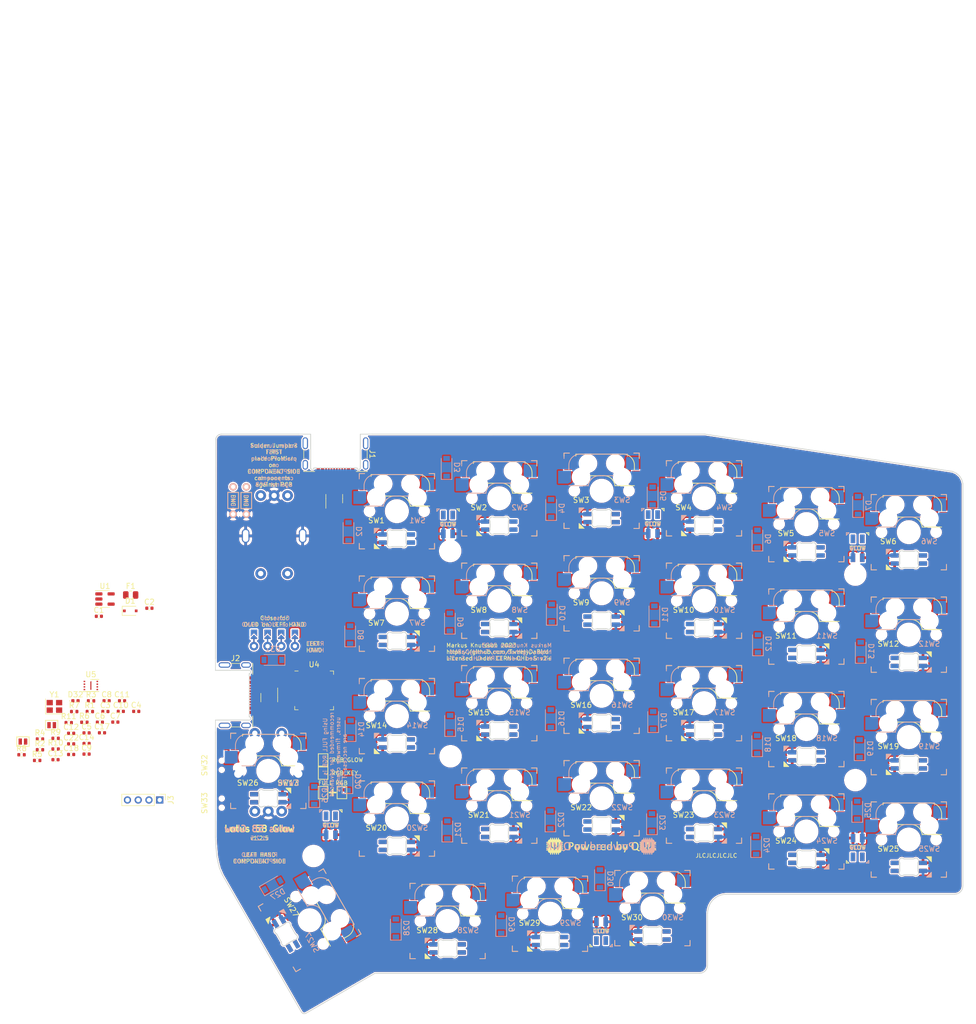
<source format=kicad_pcb>
(kicad_pcb (version 20211014) (generator pcbnew)
  (title_block (title "Lotus 58 Glow") (date "2023-03-10") (rev "v1.2.5") (company "Markus Knutsson <markus.knutsson@tweety.se>") (comment 1 "https://github.com/TweetyDaBird") (comment 2 "Licensed under CERN-OHL-S v2 or any superseding version"))
  (layers (0 "F.Cu" signal) (31 "B.Cu" signal) (34 "B.Paste" user) (35 "F.Paste" user) (36 "B.SilkS" user "B.Silkscreen") (37 "F.SilkS" user "F.Silkscreen") (38 "B.Mask" user) (39 "F.Mask" user) (44 "Edge.Cuts" user))
  (net 0 "")
  (net 1 "Net-(D1-Pad2)")
  (net 2 "row4")
  (net 3 "Net-(D2-Pad2)")
  (net 4 "Net-(D3-Pad2)")
  (net 5 "row0")
  (net 6 "Net-(D4-Pad2)")
  (net 7 "row1")
  (net 8 "Net-(D5-Pad2)")
  (net 9 "row2")
  (net 10 "Net-(D6-Pad2)")
  (net 11 "row3")
  (net 12 "Net-(D7-Pad2)")
  (net 13 "Net-(D8-Pad2)")
  (net 14 "Net-(D9-Pad2)")
  (net 15 "Net-(D10-Pad2)")
  (net 16 "Net-(D11-Pad2)")
  (net 17 "Net-(D12-Pad2)")
  (net 18 "Net-(D13-Pad2)")
  (net 19 "Net-(D14-Pad2)")
  (net 20 "Net-(D15-Pad2)")
  (net 21 "Net-(D16-Pad2)")
  (net 22 "Net-(D17-Pad2)")
  (net 23 "Net-(D18-Pad2)")
  (net 24 "Net-(D19-Pad2)")
  (net 25 "Net-(D20-Pad2)")
  (net 26 "Net-(D21-Pad2)")
  (net 27 "Net-(D22-Pad2)")
  (net 28 "Net-(D23-Pad2)")
  (net 29 "Net-(D24-Pad2)")
  (net 30 "Net-(D27-Pad2)")
  (net 31 "Net-(D28-Pad2)")
  (net 32 "VCC")
  (net 33 "GND")
  (net 34 "col0")
  (net 35 "col1")
  (net 36 "col2")
  (net 37 "col3")
  (net 38 "col4")
  (net 39 "col5")
  (net 40 "SDA")
  (net 41 "LED")
  (net 42 "SCL")
  (net 43 "Net-(D29-Pad2)")
  (net 44 "Net-(D30-Pad2)")
  (net 45 "Hand")
  (net 46 "Alt")
  (net 47 "Net-(LED1-Pad2)")
  (net 48 "Net-(LED2-Pad2)")
  (net 49 "Net-(LED3-Pad2)")
  (net 50 "Net-(LED4-Pad2)")
  (net 51 "Net-(LED5-Pad2)")
  (net 52 "Net-(LED12-Pad4)")
  (net 53 "Net-(LED7-Pad4)")
  (net 54 "Net-(LED13-Pad1)")
  (net 55 "Net-(LED8-Pad4)")
  (net 56 "Net-(LED10-Pad2)")
  (net 57 "Net-(LED10-Pad4)")
  (net 58 "Net-(LED11-Pad4)")
  (net 59 "Net-(LED14-Pad1)")
  (net 60 "Net-(LED15-Pad1)")
  (net 61 "Net-(LED16-Pad1)")
  (net 62 "Net-(LED17-Pad1)")
  (net 64 "Net-(LED20-Pad2)")
  (net 65 "Net-(LED19-Pad4)")
  (net 66 "Net-(LED19-Pad2)")
  (net 67 "Net-(LED21-Pad2)")
  (net 68 "Net-(LED22-Pad2)")
  (net 69 "Net-(LED23-Pad2)")
  (net 70 "Net-(LED24-Pad2)")
  (net 71 "Net-(LED25-Pad2)")
  (net 72 "Net-(LED25-Pad4)")
  (net 73 "Net-(LED26-Pad4)")
  (net 74 "Net-(LED27-Pad4)")
  (net 75 "Net-(LED28-Pad4)")
  (net 76 "Net-(LED29-Pad4)")
  (net 77 "Net-(LED31-Pad2)")
  (net 78 "Net-(LED32-Pad2)")
  (net 79 "Net-(LED33-Pad2)")
  (net 80 "Net-(LED34-Pad2)")
  (net 81 "RGB_KEY")
  (net 82 "RGB_GLOW")
  (net 83 "RGB_LINK")
  (net 86 "EncB")
  (net 87 "EncA")
  (net 88 "Net-(J2-PadA1)")
  (net 89 "Net-(J2-PadA4)")
  (net 97 "Net-(J1-PadA1)")
  (net 101 "+1V1")
  (net 102 "+3V3")
  (net 103 "/XIN")
  (net 104 "Net-(J1-PadB5)")
  (net 105 "Net-(J1-PadA5)")
  (net 106 "/USB_D+")
  (net 107 "/USB_D-")
  (net 108 "Net-(R5-Pad1)")
  (net 109 "/XOUT")
  (net 110 "/~{RESET}")
  (net 111 "/QSPI_SS")
  (net 112 "/~{USB_BOOT}")
  (net 113 "/QSPI_SD3")
  (net 114 "/QSPI_SCLK")
  (net 115 "/QSPI_SD0")
  (net 116 "/QSPI_SD2")
  (net 117 "/QSPI_SD1")
  (net 118 "/RAW")
  (net 119 "Net-(C18-Pad1)")
  (net 120 "Net-(D1-Pad1)")
  (net 121 "Net-(D25-Pad2)")
  (net 122 "Net-(D31-Pad2)")
  (net 123 "Net-(D32-Pad1)")
  (net 124 "Net-(F1-Pad1)")
  (net 125 "D-")
  (net 126 "D+")
  (net 127 "TX")
  (net 128 "RX")
  (net 129 "Net-(J3-Pad2)")
  (net 130 "Net-(J3-Pad3)")
  (net 131 "VBUS")
  (footprint "Keyboard Common:Spacer PCB hole" (layer "F.Cu") (at 124.32538 57.40908)
    (fp_text reference "TH1" hide)
    (fp_text value "HOLE" hide)
  )
  (footprint "Keyboard Common:Spacer PCB hole" (layer "F.Cu") (at 199.7 61.8)
    (fp_text reference "TH2" hide)
    (fp_text value "HOLE" hide)
  )
  (footprint "Keyboard Common:Spacer PCB hole" (layer "F.Cu") (at 124.3965 95.5675)
    (fp_text reference "TH3" hide)
    (fp_text value "HOLE" hide)
  )
  (footprint "Keyboard Common:Spacer PCB hole" (layer "F.Cu") (at 199.7 100)
    (fp_text reference "TH4" hide)
    (fp_text value "HOLE" hide)
  )
  (footprint "Keyboard Common:Spacer PCB hole" (layer "F.Cu") (at 98.8949 114.1095 90)
    (fp_text reference "TH5" hide)
    (fp_text value "HOLE" hide)
  )
  (footprint "Keyboard Switches:SW_MX_HotSwap_Reversible" (layer "F.Cu") (at 133.45 47.6)
    (fp_text reference "SW2" hide)
    (fp_text value "Kailh hotswap MX socket" hide)
  )
  (footprint "Keyboard Switches:SW_MX_HotSwap_Reversible" (layer "F.Cu") (at 152.5 46.21)
    (fp_text reference "SW3" hide)
    (fp_text value "Kailh hotswap MX socket" hide)
  )
  (footprint "Keyboard Switches:SW_MX_HotSwap_Reversible" (layer "F.Cu") (at 171.55 47.6)
    (fp_text reference "SW4" hide)
    (fp_text value "Kailh hotswap MX socket" hide)
  )
  (footprint "Keyboard Switches:SW_MX_HotSwap_Reversible" (layer "F.Cu") (at 209.65 53.9)
    (fp_text reference "SW6" hide)
    (fp_text value "Kailh hotswap MX socket" hide)
  )
  (footprint "Keyboard Switches:SW_MX_HotSwap_Reversible" (layer "F.Cu") (at 114.4 69.05)
    (fp_text reference "SW7" hide)
    (fp_text value "Kailh hotswap MX socket" hide)
  )
  (footprint "Keyboard Switches:SW_MX_HotSwap_Reversible" (layer "F.Cu") (at 152.5 65.26)
    (fp_text reference "SW9" hide)
    (fp_text value "Kailh hotswap MX socket" hide)
  )
  (footprint "Keyboard Switches:SW_MX_HotSwap_Reversible" (layer "F.Cu") (at 171.55 66.65)
    (fp_text reference "SW10" hide)
    (fp_text value "Kailh hotswap MX socket" hide)
  )
  (footprint "Keyboard Switches:SW_MX_HotSwap_Reversible" (layer "F.Cu") (at 190.6 71.45)
    (fp_text reference "SW11" hide)
    (fp_text value "Kailh hotswap MX socket" hide)
  )
  (footprint "Keyboard Switches:SW_MX_HotSwap_Reversible" (layer "F.Cu") (at 209.65 72.95)
    (fp_text reference "SW12" hide)
    (fp_text value "Kailh hotswap MX socket" hide)
  )
  (footprint "Keyboard Switches:SW_MX_HotSwap_Reversible" (layer "F.Cu") (at 114.4 88.1)
    (fp_text reference "SW14" hide)
    (fp_text value "Kailh hotswap MX socket" hide)
  )
  (footprint "Keyboard Switches:SW_MX_HotSwap_Reversible" (layer "F.Cu") (at 133.45 85.7)
    (fp_text reference "SW15" hide)
    (fp_text value "Kailh hotswap MX socket" hide)
  )
  (footprint "Keyboard Switches:SW_MX_HotSwap_Reversible" (layer "F.Cu") (at 152.5 84.31)
    (fp_text reference "SW16" hide)
    (fp_text value "Kailh hotswap MX socket" hide)
  )
  (footprint "Keyboard Switches:SW_MX_HotSwap_Reversible" (layer "F.Cu") (at 190.6 90.5)
    (fp_text reference "SW18" hide)
    (fp_text value "Kailh hotswap MX socket" hide)
  )
  (footprint "Keyboard Switches:SW_MX_HotSwap_Reversible" (layer "F.Cu") (at 209.65 92)
    (fp_text reference "SW19" hide)
    (fp_text value "Kailh hotswap MX socket" hide)
  )
  (footprint "Keyboard Switches:SW_MX_HotSwap_Reversible" (layer "F.Cu") (at 114.4 107.15)
    (fp_text reference "SW20" hide)
    (fp_text value "Kailh hotswap MX socket" hide)
  )
  (footprint "Keyboard Switches:SW_MX_HotSwap_Reversible" (layer "F.Cu") (at 133.45 104.75)
    (fp_text reference "SW21" hide)
    (fp_text value "Kailh hotswap MX socket" hide)
  )
  (footprint "Keyboard Switches:SW_MX_HotSwap_Reversible" (layer "F.Cu") (at 152.5 103.36)
    (fp_text reference "SW22" hide)
    (fp_text value "Kailh hotswap MX socket" hide)
  )
  (footprint "Keyboard Switches:SW_MX_HotSwap_Reversible" (layer "F.Cu") (at 171.55 104.75)
    (fp_text reference "SW23" hide)
    (fp_text value "Kailh hotswap MX socket" hide)
  )
  (footprint "Keyboard Switches:SW_MX_HotSwap_Reversible" (layer "F.Cu") (at 190.6 109.55)
    (fp_text reference "SW24" hide)
    (fp_text value "Kailh hotswap MX socket" hide)
  )
  (footprint "Keyboard Switches:SW_MX_HotSwap_Reversible" (layer "F.Cu") (at 123.85 126.2)
    (fp_text reference "SW28" hide)
    (fp_text value "Kailh hotswap MX socket" hide)
  )
  (footprint "Keyboard Switches:SW_MX_HotSwap_Reversible" (layer "F.Cu") (at 142.8977 124.8283)
    (fp_text reference "SW29" hide)
    (fp_text value "Kailh hotswap MX socket" hide)
  )
  (footprint "Keyboard Switches:SW_MX_HotSwap_Reversible" (layer "F.Cu") (at 161.95 123.8)
    (fp_text reference "SW30" hide)
    (fp_text value "Kailh hotswap MX socket" hide)
  )
  (footprint "Keyboard Switches:SW_MX_HotSwap_Reversible" (layer "F.Cu") (at 114.4 50)
    (fp_text reference "SW1" hide)
    (fp_text value "Kailh hotswap MX socket" hide)
  )
  (footprint "Keyboard Switches:SW_MX_HotSwap_Reversible" (layer "F.Cu") (at 90.4748 98.2853)
    (fp_text reference "SW26" hide)
    (fp_text value "Kailh hotswap MX socket" hide)
  )
  (footprint "Keyboard Switches:SW_MX_HotSwap_Reversible" (layer "F.Cu") (at 209.65 111.05)
    (fp_text reference "SW25" hide)
    (fp_text value "Kailh hotswap MX socket" hide)
  )
  (footprint "Keyboard Switches:SW_MX_HotSwap_Reversible" (layer "F.Cu") (at 98.171 126.0475 -60)
    (fp_text reference "SW27" hide)
    (fp_text value "Kailh hotswap MX socket" hide)
  )
  (footprint "Keyboard Switches:SW_MX_HotSwap_Reversible" (layer "F.Cu") (at 171.55 85.7)
    (fp_text reference "SW17" hide)
    (fp_text value "Kailh hotswap MX socket" hide)
  )
  (footprint "Keyboard Common:SSD1306-0.91-OLED-4pin-128x32 doublesided" (layer "F.Cu") (at 91.62 56.59 -90)
    (fp_text reference "P1" hide)
    (fp_text value "OLED")
  )
  (footprint "Keyboard RGB:LED_SK6812MINI_PLCC4_3.5x3.5mm_P1.75mmdouble" (layer "F.Cu") (at 200.125 112.522 -90)
    (fp_text reference "LED15" hide)
    (fp_text value "SK6812MINI")
  )
  (footprint "Keyboard RGB:LED_SK6812MINI_PLCC4_3.5x3.5mm_P1.75mmdouble" (layer "F.Cu") (at 152.4 128.0795 -90)
    (fp_text reference "LED14" hide)
    (fp_text value "SK6812MINI")
  )
  (footprint "Keyboard RGB:LED_SK6812MINI_PLCC4_3.5x3.5mm_P1.75mmdouble" (layer "F.Cu") (at 102.108 108.3945 90)
    (fp_text reference "LED13" hide)
    (fp_text value "SK6812MINI")
  )
  (footprint "Keyboard RGB:LED_SK6812MINI_PLCC4_3.5x3.5mm_P1.75mmdouble" (layer "F.Cu") (at 200.122 56.896 90)
    (fp_text reference "LED16" hide)
    (fp_text value "SK6812MINI")
  )
  (footprint "Keyboard RGB:LED_SK6812MINI_PLCC4_3.5x3.5mm_P1.75mmdouble" (layer "F.Cu") (at 123.9235 52.451 90)
    (fp_text reference "LED18" hide)
    (fp_text value "SK6812MINI")
  )
  (footprint "Keyboard Encoders:Encoder_Alps_EC11E_Small" (layer "F.Cu") (at 91.567 54.594 -90)
    (fp_text reference "SW31" hide)
    (fp_text value "Rotary_Encoder_Switch" hide)
  )
  (footprint "Keyboard Switches:SW_MX_HotSwap_Reversible" (layer "F.Cu") (at 190.6 52.4)
    (fp_text reference "SW5" hide)
    (fp_text value "Kailh hotswap MX socket" hide)
  )
  (footprint "Keyboard Encoders:Encoder_Alps_EC11E_Offset_pad" (layer "F.Cu") (at 90.4748 98.2853 90)
    (fp_text reference "SW13" hide)
    (fp_text value "Rotary_Encoder_Switch")
  )
  (footprint "Keyboard RGB:LED_SK6812MINI_PLCC4_3.5x3.5mm_P1.75mmdouble" (layer "F.Cu") (at 162.0285 52.3875 90)
    (fp_text reference "LED17" hide)
    (fp_text value "SK6812MINI")
  )
  (footprint "Keyboard Switches:SW_MX_HotSwap_Reversible" (layer "F.Cu") (at 133.45 66.65)
    (fp_text reference "SW8" hide)
    (fp_text value "Kailh hotswap MX socket" hide)
  )
  (footprint "Keyboard RGB:MX_SK6812MINI-E_REVERSIBLE" (layer "F.Cu") (at 114.4 55.08 180)
    (fp_text reference "LED1" hide)
    (fp_text value "SK6812MINI-E")
    (fp_line (start -1.699999 0.702841) (end -1.699999 -0.702843) (layer "Edge.Cuts") (width 0.15))
    (fp_line (start -0.794452 -1.5) (end 0.794453 -1.5) (layer "Edge.Cuts") (width 0.15))
    (fp_line (start 1.699999 -0.702843) (end 1.699999 0.702841) (layer "Edge.Cuts") (width 0.15))
    (fp_line (start 0.794452 1.499999) (end -0.794452 1.499999) (layer "Edge.Cuts") (width 0.15))
    (fp_arc (start 1.046711 -1.568299) (mid 0.925123 -1.517377) (end 0.794453 -1.5) (layer "Edge.Cuts") (width 0.15))
    (fp_arc (start 1.699999 -0.702844) (mid 1.712525 -0.81407) (end 1.749484 -0.919721) (layer "Edge.Cuts") (width 0.15))
    (fp_arc (start 1.046711 -1.568299) (mid 1.638071 -1.504036) (end 1.749484 -0.919721) (layer "Edge.Cuts") (width 0.15))
    (fp_arc (start -1.04671 1.568298) (mid -0.925122 1.517376) (end -0.794452 1.499999) (layer "Edge.Cuts") (width 0.15))
    (fp_arc (start -1.749484 -0.919721) (mid -1.712527 -0.814069) (end -1.699999 -0.702843) (layer "Edge.Cuts") (width 0.15))
    (fp_arc (start -0.794453 -1.500001) (mid -0.925123 -1.517378) (end -1.046711 -1.5683) (layer "Edge.Cuts") (width 0.15))
    (fp_arc (start -1.046711 1.568296) (mid -1.63807 1.504033) (end -1.749484 0.919719) (layer "Edge.Cuts") (width 0.15))
    (fp_arc (start 1.749484 0.919718) (mid 1.638072 1.504034) (end 1.046711 1.568298) (layer "Edge.Cuts") (width 0.15))
    (fp_arc (start -1.749484 -0.919721) (mid -1.638071 -1.504036) (end -1.046711 -1.5683) (layer "Edge.Cuts") (width 0.15))
    (fp_arc (start 0.794452 1.499999) (mid 0.925123 1.517376) (end 1.046711 1.568298) (layer "Edge.Cuts") (width 0.15))
    (fp_arc (start 1.749484 0.919719) (mid 1.712517 0.81407) (end 1.699999 0.702841) (layer "Edge.Cuts") (width 0.15))
    (fp_arc (start -1.699999 0.702842) (mid -1.712527 0.814067) (end -1.749484 0.919719) (layer "Edge.Cuts") (width 0.15))
  )
  (footprint "Keyboard RGB:MX_SK6812MINI-E_REVERSIBLE" (layer "F.Cu") (at 133.45 52.68 180)
    (fp_text reference "LED2" hide)
    (fp_text value "SK6812MINI-E")
    (fp_line (start 0.794452 1.499999) (end -0.794452 1.499999) (layer "Edge.Cuts") (width 0.15))
    (fp_line (start 1.699999 -0.702843) (end 1.699999 0.702841) (layer "Edge.Cuts") (width 0.15))
    (fp_line (start -0.794452 -1.5) (end 0.794453 -1.5) (layer "Edge.Cuts") (width 0.15))
    (fp_line (start -1.699999 0.702841) (end -1.699999 -0.702843) (layer "Edge.Cuts") (width 0.15))
    (fp_arc (start -1.749484 -0.919721) (mid -1.638071 -1.504036) (end -1.046711 -1.5683) (layer "Edge.Cuts") (width 0.15))
    (fp_arc (start 1.699999 -0.702844) (mid 1.712525 -0.81407) (end 1.749484 -0.919721) (layer "Edge.Cuts") (width 0.15))
    (fp_arc (start -0.794453 -1.500001) (mid -0.925123 -1.517378) (end -1.046711 -1.5683) (layer "Edge.Cuts") (width 0.15))
    (fp_arc (start -1.749484 -0.919721) (mid -1.712527 -0.814069) (end -1.699999 -0.702843) (layer "Edge.Cuts") (width 0.15))
    (fp_arc (start 1.749484 0.919719) (mid 1.712517 0.81407) (end 1.699999 0.702841) (layer "Edge.Cuts") (width 0.15))
    (fp_arc (start -1.046711 1.568296) (mid -1.63807 1.504033) (end -1.749484 0.919719) (layer "Edge.Cuts") (width 0.15))
    (fp_arc (start 0.794452 1.499999) (mid 0.925123 1.517376) (end 1.046711 1.568298) (layer "Edge.Cuts") (width 0.15))
    (fp_arc (start -1.699999 0.702842) (mid -1.712527 0.814067) (end -1.749484 0.919719) (layer "Edge.Cuts") (width 0.15))
    (fp_arc (start 1.749484 0.919718) (mid 1.638072 1.504034) (end 1.046711 1.568298) (layer "Edge.Cuts") (width 0.15))
    (fp_arc (start 1.046711 -1.568299) (mid 1.638071 -1.504036) (end 1.749484 -0.919721) (layer "Edge.Cuts") (width 0.15))
    (fp_arc (start -1.04671 1.568298) (mid -0.925122 1.517376) (end -0.794452 1.499999) (layer "Edge.Cuts") (width 0.15))
    (fp_arc (start 1.046711 -1.568299) (mid 0.925123 -1.517377) (end 0.794453 -1.5) (layer "Edge.Cuts") (width 0.15))
  )
  (footprint "Keyboard RGB:MX_SK6812MINI-E_REVERSIBLE" (layer "F.Cu") (at 152.5 51.29 180)
    (fp_text reference "LED3" hide)
    (fp_text value "SK6812MINI-E")
    (fp_line (start -1.699999 0.702841) (end -1.699999 -0.702843) (layer "Edge.Cuts") (width 0.15))
    (fp_line (start -0.794452 -1.5) (end 0.794453 -1.5) (layer "Edge.Cuts") (width 0.15))
    (fp_line (start 0.794452 1.499999) (end -0.794452 1.499999) (layer "Edge.Cuts") (width 0.15))
    (fp_line (start 1.699999 -0.702843) (end 1.699999 0.702841) (layer "Edge.Cuts") (width 0.15))
    (fp_arc (start 1.749484 0.919719) (mid 1.712517 0.81407) (end 1.699999 0.702841) (layer "Edge.Cuts") (width 0.15))
    (fp_arc (start -1.04671 1.568298) (mid -0.925122 1.517376) (end -0.794452 1.499999) (layer "Edge.Cuts") (width 0.15))
    (fp_arc (start -1.699999 0.702842) (mid -1.712527 0.814067) (end -1.749484 0.919719) (layer "Edge.Cuts") (width 0.15))
    (fp_arc (start -1.046711 1.568296) (mid -1.63807 1.504033) (end -1.749484 0.919719) (layer "Edge.Cuts") (width 0.15))
    (fp_arc (start -0.794453 -1.500001) (mid -0.925123 -1.517378) (end -1.046711 -1.5683) (layer "Edge.Cuts") (width 0.15))
    (fp_arc (start -1.749484 -0.919721) (mid -1.638071 -1.504036) (end -1.046711 -1.5683) (layer "Edge.Cuts") (width 0.15))
    (fp_arc (start 1.046711 -1.568299) (mid 0.925123 -1.517377) (end 0.794453 -1.5) (layer "Edge.Cuts") (width 0.15))
    (fp_arc (start 0.794452 1.499999) (mid 0.925123 1.517376) (end 1.046711 1.568298) (layer "Edge.Cuts") (width 0.15))
    (fp_arc (start 1.749484 0.919718) (mid 1.638072 1.504034) (end 1.046711 1.568298) (layer "Edge.Cuts") (width 0.15))
    (fp_arc (start 1.046711 -1.568299) (mid 1.638071 -1.504036) (end 1.749484 -0.919721) (layer "Edge.Cuts") (width 0.15))
    (fp_arc (start -1.749484 -0.919721) (mid -1.712527 -0.814069) (end -1.699999 -0.702843) (layer "Edge.Cuts") (width 0.15))
    (fp_arc (start 1.699999 -0.702844) (mid 1.712525 -0.81407) (end 1.749484 -0.919721) (layer "Edge.Cuts") (width 0.15))
  )
  (footprint "Keyboard RGB:MX_SK6812MINI-E_REVERSIBLE" (layer "F.Cu") (at 171.55 52.68 180)
    (fp_text reference "LED4" hide)
    (fp_text value "SK6812MINI-E")
    (fp_line (start -1.699999 0.702841) (end -1.699999 -0.702843) (layer "Edge.Cuts") (width 0.15))
    (fp_line (start 0.794452 1.499999) (end -0.794452 1.499999) (layer "Edge.Cuts") (width 0.15))
    (fp_line (start 1.699999 -0.702843) (end 1.699999 0.702841) (layer "Edge.Cuts") (width 0.15))
    (fp_line (start -0.794452 -1.5) (end 0.794453 -1.5) (layer "Edge.Cuts") (width 0.15))
    (fp_arc (start -0.794453 -1.500001) (mid -0.925123 -1.517378) (end -1.046711 -1.5683) (layer "Edge.Cuts") (width 0.15))
    (fp_arc (start -1.749484 -0.919721) (mid -1.712527 -0.814069) (end -1.699999 -0.702843) (layer "Edge.Cuts") (width 0.15))
    (fp_arc (start 1.046711 -1.568299) (mid 1.638071 -1.504036) (end 1.749484 -0.919721) (layer "Edge.Cuts") (width 0.15))
    (fp_arc (start -1.04671 1.568298) (mid -0.925122 1.517376) (end -0.794452 1.499999) (layer "Edge.Cuts") (width 0.15))
    (fp_arc (start 1.749484 0.919718) (mid 1.638072 1.504034) (end 1.046711 1.568298) (layer "Edge.Cuts") (width 0.15))
    (fp_arc (start 1.699999 -0.702844) (mid 1.712525 -0.81407) (end 1.749484 -0.919721) (layer "Edge.Cuts") (width 0.15))
    (fp_arc (start -1.749484 -0.919721) (mid -1.638071 -1.504036) (end -1.046711 -1.5683) (layer "Edge.Cuts") (width 0.15))
    (fp_arc (start -1.699999 0.702842) (mid -1.712527 0.814067) (end -1.749484 0.919719) (layer "Edge.Cuts") (width 0.15))
    (fp_arc (start 0.794452 1.499999) (mid 0.925123 1.517376) (end 1.046711 1.568298) (layer "Edge.Cuts") (width 0.15))
    (fp_arc (start 1.046711 -1.568299) (mid 0.925123 -1.517377) (end 0.794453 -1.5) (layer "Edge.Cuts") (width 0.15))
    (fp_arc (start -1.046711 1.568296) (mid -1.63807 1.504033) (end -1.749484 0.919719) (layer "Edge.Cuts") (width 0.15))
    (fp_arc (start 1.749484 0.919719) (mid 1.712517 0.81407) (end 1.699999 0.702841) (layer "Edge.Cuts") (width 0.15))
  )
  (footprint "Keyboard RGB:MX_SK6812MINI-E_REVERSIBLE" (layer "F.Cu") (at 190.6 57.48 180)
    (fp_text reference "LED5" hide)
    (fp_text value "SK6812MINI-E")
    (fp_line (start 0.794452 1.499999) (end -0.794452 1.499999) (layer "Edge.Cuts") (width 0.15))
    (fp_line (start -0.794452 -1.5) (end 0.794453 -1.5) (layer "Edge.Cuts") (width 0.15))
    (fp_line (start 1.699999 -0.702843) (end 1.699999 0.702841) (layer "Edge.Cuts") (width 0.15))
    (fp_line (start -1.699999 0.702841) (end -1.699999 -0.702843) (layer "Edge.Cuts") (width 0.15))
    (fp_arc (start -1.046711 1.568296) (mid -1.63807 1.504033) (end -1.749484 0.919719) (layer "Edge.Cuts") (width 0.15))
    (fp_arc (start -1.04671 1.568298) (mid -0.925122 1.517376) (end -0.794452 1.499999) (layer "Edge.Cuts") (width 0.15))
    (fp_arc (start 1.749484 0.919718) (mid 1.638072 1.504034) (end 1.046711 1.568298) (layer "Edge.Cuts") (width 0.15))
    (fp_arc (start -1.749484 -0.919721) (mid -1.712527 -0.814069) (end -1.699999 -0.702843) (layer "Edge.Cuts") (width 0.15))
    (fp_arc (start 1.046711 -1.568299) (mid 0.925123 -1.517377) (end 0.794453 -1.5) (layer "Edge.Cuts") (width 0.15))
    (fp_arc (start 0.794452 1.499999) (mid 0.925123 1.517376) (end 1.046711 1.568298) (layer "Edge.Cuts") (width 0.15))
    (fp_arc (start 1.699999 -0.702844) (mid 1.712525 -0.81407) (end 1.749484 -0.919721) (layer "Edge.Cuts") (width 0.15))
    (fp_arc (start -1.699999 0.702842) (mid -1.712527 0.814067) (end -1.749484 0.919719) (layer "Edge.Cuts") (width 0.15))
    (fp_arc (start 1.749484 0.919719) (mid 1.712517 0.81407) (end 1.699999 0.702841) (layer "Edge.Cuts") (width 0.15))
    (fp_arc (start -1.749484 -0.919721) (mid -1.638071 -1.504036) (end -1.046711 -1.5683) (layer "Edge.Cuts") (width 0.15))
    (fp_arc (start -0.794453 -1.500001) (mid -0.925123 -1.517378) (end -1.046711 -1.5683) (layer "Edge.Cuts") (width 0.15))
    (fp_arc (start 1.046711 -1.568299) (mid 1.638071 -1.504036) (end 1.749484 -0.919721) (layer "Edge.Cuts") (width 0.15))
  )
  (footprint "Keyboard RGB:MX_SK6812MINI-E_REVERSIBLE" (layer "F.Cu") (at 209.65 58.98 180)
    (fp_text reference "LED6" hide)
    (fp_text value "SK6812MINI-E")
    (fp_line (start -1.699999 0.702841) (end -1.699999 -0.702843) (layer "Edge.Cuts") (width 0.15))
    (fp_line (start 0.794452 1.499999) (end -0.794452 1.499999) (layer "Edge.Cuts") (width 0.15))
    (fp_line (start 1.699999 -0.702843) (end 1.699999 0.702841) (layer "Edge.Cuts") (width 0.15))
    (fp_line (start -0.794452 -1.5) (end 0.794453 -1.5) (layer "Edge.Cuts") (width 0.15))
    (fp_arc (start 1.046711 -1.568299) (mid 1.638071 -1.504036) (end 1.749484 -0.919721) (layer "Edge.Cuts") (width 0.15))
    (fp_arc (start -1.749484 -0.919721) (mid -1.712527 -0.814069) (end -1.699999 -0.702843) (layer "Edge.Cuts") (width 0.15))
    (fp_arc (start 1.046711 -1.568299) (mid 0.925123 -1.517377) (end 0.794453 -1.5) (layer "Edge.Cuts") (width 0.15))
    (fp_arc (start 1.749484 0.919718) (mid 1.638072 1.504034) (end 1.046711 1.568298) (layer "Edge.Cuts") (width 0.15))
    (fp_arc (start 1.699999 -0.702844) (mid 1.712525 -0.81407) (end 1.749484 -0.919721) (layer "Edge.Cuts") (width 0.15))
    (fp_arc (start -1.046711 1.568296) (mid -1.63807 1.504033) (end -1.749484 0.919719) (layer "Edge.Cuts") (width 0.15))
    (fp_arc (start -1.699999 0.702842) (mid -1.712527 0.814067) (end -1.749484 0.919719) (layer "Edge.Cuts") (width 0.15))
    (fp_arc (start -1.04671 1.568298) (mid -0.925122 1.517376) (end -0.794452 1.499999) (layer "Edge.Cuts") (width 0.15))
    (fp_arc (start 0.794452 1.499999) (mid 0.925123 1.517376) (end 1.046711 1.568298) (layer "Edge.Cuts") (width 0.15))
    (fp_arc (start 1.749484 0.919719) (mid 1.712517 0.81407) (end 1.699999 0.702841) (layer "Edge.Cuts") (width 0.15))
    (fp_arc (start -1.749484 -0.919721) (mid -1.638071 -1.504036) (end -1.046711 -1.5683) (layer "Edge.Cuts") (width 0.15))
    (fp_arc (start -0.794453 -1.500001) (mid -0.925123 -1.517378) (end -1.046711 -1.5683) (layer "Edge.Cuts") (width 0.15))
  )
  (footprint "Keyboard RGB:MX_SK6812MINI-E_REVERSIBLE" (layer "F.Cu") (at 114.4 74.13)
    (fp_text reference "LED7" hide)
    (fp_text value "SK6812MINI-E")
    (fp_line (start -0.794452 -1.5) (end 0.794453 -1.5) (layer "Edge.Cuts") (width 0.15))
    (fp_line (start 1.699999 -0.702843) (end 1.699999 0.702841) (layer "Edge.Cuts") (width 0.15))
    (fp_line (start -1.699999 0.702841) (end -1.699999 -0.702843) (layer "Edge.Cuts") (width 0.15))
    (fp_line (start 0.794452 1.499999) (end -0.794452 1.499999) (layer "Edge.Cuts") (width 0.15))
    (fp_arc (start -1.04671 1.568298) (mid -0.925122 1.517376) (end -0.794452 1.499999) (layer "Edge.Cuts") (width 0.15))
    (fp_arc (start 1.046711 -1.568299) (mid 0.925123 -1.517377) (end 0.794453 -1.5) (layer "Edge.Cuts") (width 0.15))
    (fp_arc (start -0.794453 -1.500001) (mid -0.925123 -1.517378) (end -1.046711 -1.5683) (layer "Edge.Cuts") (width 0.15))
    (fp_arc (start -1.749484 -0.919721) (mid -1.712527 -0.814069) (end -1.699999 -0.702843) (layer "Edge.Cuts") (width 0.15))
    (fp_arc (start 1.749484 0.919718) (mid 1.638072 1.504034) (end 1.046711 1.568298) (layer "Edge.Cuts") (width 0.15))
    (fp_arc (start -1.749484 -0.919721) (mid -1.638071 -1.504036) (end -1.046711 -1.5683) (layer "Edge.Cuts") (width 0.15))
    (fp_arc (start 1.046711 -1.568299) (mid 1.638071 -1.504036) (end 1.749484 -0.919721) (layer "Edge.Cuts") (width 0.15))
    (fp_arc (start -1.699999 0.702842) (mid -1.712527 0.814067) (end -1.749484 0.919719) (layer "Edge.Cuts") (width 0.15))
    (fp_arc (start 0.794452 1.499999) (mid 0.925123 1.517376) (end 1.046711 1.568298) (layer "Edge.Cuts") (width 0.15))
    (fp_arc (start -1.046711 1.568296) (mid -1.63807 1.504033) (end -1.749484 0.919719) (layer "Edge.Cuts") (width 0.15))
    (fp_arc (start 1.749484 0.919719) (mid 1.712517 0.81407) (end 1.699999 0.702841) (layer "Edge.Cuts") (width 0.15))
    (fp_arc (start 1.699999 -0.702844) (mid 1.712525 -0.81407) (end 1.749484 -0.919721) (layer "Edge.Cuts") (width 0.15))
  )
  (footprint "Keyboard RGB:MX_SK6812MINI-E_REVERSIBLE" (layer "F.Cu") (at 133.45 71.73)
    (fp_text reference "LED8" hide)
    (fp_text value "SK6812MINI-E")
    (fp_line (start 1.699999 -0.702843) (end 1.699999 0.702841) (layer "Edge.Cuts") (width 0.15))
    (fp_line (start 0.794452 1.499999) (end -0.794452 1.499999) (layer "Edge.Cuts") (width 0.15))
    (fp_line (start -1.699999 0.702841) (end -1.699999 -0.702843) (layer "Edge.Cuts") (width 0.15))
    (fp_line (start -0.794452 -1.5) (end 0.794453 -1.5) (layer "Edge.Cuts") (width 0.15))
    (fp_arc (start -1.749484 -0.919721) (mid -1.638071 -1.504036) (end -1.046711 -1.5683) (layer "Edge.Cuts") (width 0.15))
    (fp_arc (start 1.749484 0.919718) (mid 1.638072 1.504034) (end 1.046711 1.568298) (layer "Edge.Cuts") (width 0.15))
    (fp_arc (start 1.749484 0.919719) (mid 1.712517 0.81407) (end 1.699999 0.702841) (layer "Edge.Cuts") (width 0.15))
    (fp_arc (start 1.699999 -0.702844) (mid 1.712525 -0.81407) (end 1.749484 -0.919721) (layer "Edge.Cuts") (width 0.15))
    (fp_arc (start -1.04671 1.568298) (mid -0.925122 1.517376) (end -0.794452 1.499999) (layer "Edge.Cuts") (width 0.15))
    (fp_arc (start 1.046711 -1.568299) (mid 1.638071 -1.504036) (end 1.749484 -0.919721) (layer "Edge.Cuts") (width 0.15))
    (fp_arc (start 0.794452 1.499999) (mid 0.925123 1.517376) (end 1.046711 1.568298) (layer "Edge.Cuts") (width 0.15))
    (fp_arc (start -1.749484 -0.919721) (mid -1.712527 -0.814069) (end -1.699999 -0.702843) (layer "Edge.Cuts") (width 0.15))
    (fp_arc (start -1.699999 0.702842) (mid -1.712527 0.814067) (end -1.749484 0.919719) (layer "Edge.Cuts") (width 0.15))
    (fp_arc (start -0.794453 -1.500001) (mid -0.925123 -1.517378) (end -1.046711 -1.5683) (layer "Edge.Cuts") (width 0.15))
    (fp_arc (start -1.046711 1.568296) (mid -1.63807 1.504033) (end -1.749484 0.919719) (layer "Edge.Cuts") (width 0.15))
    (fp_arc (start 1.046711 -1.568299) (mid 0.925123 -1.517377) (end 0.794453 -1.5) (layer "Edge.Cuts") (width 0.15))
  )
  (footprint "Keyboard RGB:MX_SK6812MINI-E_REVERSIBLE" (layer "F.Cu") (at 152.5 70.34)
    (fp_text reference "LED9" hide)
    (fp_text value "SK6812MINI-E")
    (fp_line (start 0.794452 1.499999) (end -0.794452 1.499999) (layer "Edge.Cuts") (width 0.15))
    (fp_line (start 1.699999 -0.702843) (end 1.699999 0.702841) (layer "Edge.Cuts") (width 0.15))
    (fp_line (start -1.699999 0.702841) (end -1.699999 -0.702843) (layer "Edge.Cuts") (width 0.15))
    (fp_line (start -0.794452 -1.5) (end 0.794453 -1.5) (layer "Edge.Cuts") (width 0.15))
    (fp_arc (start -1.046711 1.568296) (mid -1.63807 1.504033) (end -1.749484 0.919719) (layer "Edge.Cuts") (width 0.15))
    (fp_arc (start -1.749484 -0.919721) (mid -1.638071 -1.504036) (end -1.046711 -1.5683) (layer "Edge.Cuts") (width 0.15))
    (fp_arc (start 0.794452 1.499999) (mid 0.925123 1.517376) (end 1.046711 1.568298) (layer "Edge.Cuts") (width 0.15))
    (fp_arc (start -0.794453 -1.500001) (mid -0.925123 -1.517378) (end -1.046711 -1.5683) (layer "Edge.Cuts") (width 0.15))
    (fp_arc (start 1.749484 0.919719) (mid 1.712517 0.81407) (end 1.699999 0.702841) (layer "Edge.Cuts") (width 0.15))
    (fp_arc (start 1.749484 0.919718) (mid 1.638072 1.504034) (end 1.046711 1.568298) (layer "Edge.Cuts") (width 0.15))
    (fp_arc (start 1.046711 -1.568299) (mid 1.638071 -1.504036) (end 1.749484 -0.919721) (layer "Edge.Cuts") (width 0.15))
    (fp_arc (start 1.046711 -1.568299) (mid 0.925123 -1.517377) (end 0.794453 -1.5) (layer "Edge.Cuts") (width 0.15))
    (fp_arc (start -1.699999 0.702842) (mid -1.712527 0.814067) (end -1.749484 0.919719) (layer "Edge.Cuts") (width 0.15))
    (fp_arc (start -1.04671 1.568298) (mid -0.925122 1.517376) (end -0.794452 1.499999) (layer "Edge.Cuts") (width 0.15))
    (fp_arc (start -1.749484 -0.919721) (mid -1.712527 -0.814069) (end -1.699999 -0.702843) (layer "Edge.Cuts") (width 0.15))
    (fp_arc (start 1.699999 -0.702844) (mid 1.712525 -0.81407) (end 1.749484 -0.919721) (layer "Edge.Cuts") (width 0.15))
  )
  (footprint "Keyboard RGB:MX_SK6812MINI-E_REVERSIBLE" (layer "F.Cu") (at 171.55 71.73)
    (fp_text reference "LED10" hide)
    (fp_text value "SK6812MINI-E")
    (fp_line (start -1.699999 0.702841) (end -1.699999 -0.702843) (layer "Edge.Cuts") (width 0.15))
    (fp_line (start -0.794452 -1.5) (end 0.794453 -1.5) (layer "Edge.Cuts") (width 0.15))
    (fp_line (start 1.699999 -0.702843) (end 1.699999 0.702841) (layer "Edge.Cuts") (width 0.15))
    (fp_line (start 0.794452 1.499999) (end -0.794452 1.499999) (layer "Edge.Cuts") (width 0.15))
    (fp_arc (start -1.699999 0.702842) (mid -1.712527 0.814067) (end -1.749484 0.919719) (layer "Edge.Cuts") (width 0.15))
    (fp_arc (start 0.794452 1.499999) (mid 0.925123 1.517376) (end 1.046711 1.568298) (layer "Edge.Cuts") (width 0.15))
    (fp_arc (start 1.046711 -1.568299) (mid 0.925123 -1.517377) (end 0.794453 -1.5) (layer "Edge.Cuts") (width 0.15))
    (fp_arc (start -1.046711 1.568296) (mid -1.63807 1.504033) (end -1.749484 0.919719) (layer "Edge.Cuts") (width 0.15))
    (fp_arc (start -0.794453 -1.500001) (mid -0.925123 -1.517378) (end -1.046711 -1.5683) (layer "Edge.Cuts") (width 0.15))
    (fp_arc (start -1.749484 -0.919721) (mid -1.638071 -1.504036) (end -1.046711 -1.5683) (layer "Edge.Cuts") (width 0.15))
    (fp_arc (start 1.749484 0.919718) (mid 1.638072 1.504034) (end 1.046711 1.568298) (layer "Edge.Cuts") (width 0.15))
    (fp_arc (start 1.699999 -0.702844) (mid 1.712525 -0.81407) (end 1.749484 -0.919721) (layer "Edge.Cuts") (width 0.15))
    (fp_arc (start 1.749484 0.919719) (mid 1.712517 0.81407) (end 1.699999 0.702841) (layer "Edge.Cuts") (width 0.15))
    (fp_arc (start 1.046711 -1.568299) (mid 1.638071 -1.504036) (end 1.749484 -0.919721) (layer "Edge.Cuts") (width 0.15))
    (fp_arc (start -1.04671 1.568298) (mid -0.925122 1.517376) (end -0.794452 1.499999) (layer "Edge.Cuts") (width 0.15))
    (fp_arc (start -1.749484 -0.919721) (mid -1.712527 -0.814069) (end -1.699999 -0.702843) (layer "Edge.Cuts") (width 0.15))
  )
  (footprint "Keyboard RGB:MX_SK6812MINI-E_REVERSIBLE" (layer "F.Cu") (at 190.6 76.53)
    (fp_text reference "LED11" hide)
    (fp_text value "SK6812MINI-E")
    (fp_line (start 1.699999 -0.702843) (end 1.699999 0.702841) (layer "Edge.Cuts") (width 0.15))
    (fp_line (start -1.699999 0.702841) (end -1.699999 -0.702843) (layer "Edge.Cuts") (width 0.15))
    (fp_line (start 0.794452 1.499999) (end -0.794452 1.499999) (layer "Edge.Cuts") (width 0.15))
    (fp_line (start -0.794452 -1.5) (end 0.794453 -1.5) (layer "Edge.Cuts") (width 0.15))
    (fp_arc (start 1.749484 0.919719) (mid 1.712517 0.81407) (end 1.699999 0.702841) (layer "Edge.Cuts") (width 0.15))
    (fp_arc (start -1.04671 1.568298) (mid -0.925122 1.517376) (end -0.794452 1.499999) (layer "Edge.Cuts") (width 0.15))
    (fp_arc (start 1.046711 -1.568299) (mid 1.638071 -1.504036) (end 1.749484 -0.919721) (layer "Edge.Cuts") (width 0.15))
    (fp_arc (start 0.794452 1.499999) (mid 0.925123 1.517376) (end 1.046711 1.568298) (layer "Edge.Cuts") (width 0.15))
    (fp_arc (start 1.749484 0.919718) (mid 1.638072 1.504034) (end 1.046711 1.568298) (layer "Edge.Cuts") (width 0.15))
    (fp_arc (start -1.699999 0.702842) (mid -1.712527 0.814067) (end -1.749484 0.919719) (layer "Edge.Cuts") (width 0.15))
    (fp_arc (start 1.046711 -1.568299) (mid 0.925123 -1.517377) (end 0.794453 -1.5) (layer "Edge.Cuts") (width 0.15))
    (fp_arc (start -1.749484 -0.919721) (mid -1.638071 -1.504036) (end -1.046711 -1.5683) (layer "Edge.Cuts") (width 0.15))
    (fp_arc (start -0.794453 -1.500001) (mid -0.925123 -1.517378) (end -1.046711 -1.5683) (layer "Edge.Cuts") (width 0.15))
    (fp_arc (start -1.046711 1.568296) (mid -1.63807 1.504033) (end -1.749484 0.919719) (layer "Edge.Cuts") (width 0.15))
    (fp_arc (start -1.749484 -0.919721) (mid -1.712527 -0.814069) (end -1.699999 -0.702843) (layer "Edge.Cuts") (width 0.15))
    (fp_arc (start 1.699999 -0.702844) (mid 1.712525 -0.81407) (end 1.749484 -0.919721) (layer "Edge.Cuts") (width 0.15))
  )
  (footprint "Keyboard RGB:MX_SK6812MINI-E_REVERSIBLE" (layer "F.Cu") (at 209.65 78.03)
    (fp_text reference "LED12" hide)
    (fp_text value "SK6812MINI-E")
    (fp_line (start 1.699999 -0.702843) (end 1.699999 0.702841) (layer "Edge.Cuts") (width 0.15))
    (fp_line (start -1.699999 0.702841) (end -1.699999 -0.702843) (layer "Edge.Cuts") (width 0.15))
    (fp_line (start 0.794452 1.499999) (end -0.794452 1.499999) (layer "Edge.Cuts") (width 0.15))
    (fp_line (start -0.794452 -1.5) (end 0.794453 -1.5) (layer "Edge.Cuts") (width 0.15))
    (fp_arc (start -1.749484 -0.919721) (mid -1.712527 -0.814069) (end -1.699999 -0.702843) (layer "Edge.Cuts") (width 0.15))
    (fp_arc (start 1.046711 -1.568299) (mid 1.638071 -1.504036) (end 1.749484 -0.919721) (layer "Edge.Cuts") (width 0.15))
    (fp_arc (start -1.046711 1.568296) (mid -1.63807 1.504033) (end -1.749484 0.919719) (layer "Edge.Cuts") (width 0.15))
    (fp_arc (start -1.749484 -0.919721) (mid -1.638071 -1.504036) (end -1.046711 -1.5683) (layer "Edge.Cuts") (width 0.15))
    (fp_arc (start -0.794453 -1.500001) (mid -0.925123 -1.517378) (end -1.046711 -1.5683) (layer "Edge.Cuts") (width 0.15))
    (fp_arc (start 0.794452 1.499999) (mid 0.925123 1.517376) (end 1.046711 1.568298) (layer "Edge.Cuts") (width 0.15))
    (fp_arc (start 1.046711 -1.568299) (mid 0.925123 -1.517377) (end 0.794453 -1.5) (layer "Edge.Cuts") (width 0.15))
    (fp_arc (start 1.749484 0.919719) (mid 1.712517 0.81407) (end 1.699999 0.702841) (layer "Edge.Cuts") (width 0.15))
    (fp_arc (start -1.04671 1.568298) (mid -0.925122 1.517376) (end -0.794452 1.499999) (layer "Edge.Cuts") (width 0.15))
    (fp_arc (start 1.699999 -0.702844) (mid 1.712525 -0.81407) (end 1.749484 -0.919721) (layer "Edge.Cuts") (width 0.15))
    (fp_arc (start 1.749484 0.919718) (mid 1.638072 1.504034) (end 1.046711 1.568298) (layer "Edge.Cuts") (width 0.15))
    (fp_arc (start -1.699999 0.702842) (mid -1.712527 0.814067) (end -1.749484 0.919719) (layer "Edge.Cuts") (width 0.15))
  )
  (footprint "Keyboard RGB:MX_SK6812MINI-E_REVERSIBLE" (layer "F.Cu") (at 114.4 93.18 180)
    (fp_text reference "LED19" hide)
    (fp_text value "SK6812MINI-E")
    (fp_line (start -0.794452 -1.5) (end 0.794453 -1.5) (layer "Edge.Cuts") (width 0.15))
    (fp_line (start 0.794452 1.499999) (end -0.794452 1.499999) (layer "Edge.Cuts") (width 0.15))
    (fp_line (start 1.699999 -0.702843) (end 1.699999 0.702841) (layer "Edge.Cuts") (width 0.15))
    (fp_line (start -1.699999 0.702841) (end -1.699999 -0.702843) (layer "Edge.Cuts") (width 0.15))
    (fp_arc (start -1.749484 -0.919721) (mid -1.712527 -0.814069) (end -1.699999 -0.702843) (layer "Edge.Cuts") (width 0.15))
    (fp_arc (start 1.046711 -1.568299) (mid 1.638071 -1.504036) (end 1.749484 -0.919721) (layer "Edge.Cuts") (width 0.15))
    (fp_arc (start 1.699999 -0.702844) (mid 1.712525 -0.81407) (end 1.749484 -0.919721) (layer "Edge.Cuts") (width 0.15))
    (fp_arc (start 1.749484 0.919718) (mid 1.638072 1.504034) (end 1.046711 1.568298) (layer "Edge.Cuts") (width 0.15))
    (fp_arc (start -1.04671 1.568298) (mid -0.925122 1.517376) (end -0.794452 1.499999) (layer "Edge.Cuts") (width 0.15))
    (fp_arc (start -1.046711 1.568296) (mid -1.63807 1.504033) (end -1.749484 0.919719) (layer "Edge.Cuts") (width 0.15))
    (fp_arc (start 0.794452 1.499999) (mid 0.925123 1.517376) (end 1.046711 1.568298) (layer "Edge.Cuts") (width 0.15))
    (fp_arc (start -0.794453 -1.500001) (mid -0.925123 -1.517378) (end -1.046711 -1.5683) (layer "Edge.Cuts") (width 0.15))
    (fp_arc (start -1.749484 -0.919721) (mid -1.638071 -1.504036) (end -1.046711 -1.5683) (layer "Edge.Cuts") (width 0.15))
    (fp_arc (start 1.046711 -1.568299) (mid 0.925123 -1.517377) (end 0.794453 -1.5) (layer "Edge.Cuts") (width 0.15))
    (fp_arc (start -1.699999 0.702842) (mid -1.712527 0.814067) (end -1.749484 0.919719) (layer "Edge.Cuts") (width 0.15))
    (fp_arc (start 1.749484 0.919719) (mid 1.712517 0.81407) (end 1.699999 0.702841) (layer "Edge.Cuts") (width 0.15))
  )
  (footprint "Keyboard RGB:MX_SK6812MINI-E_REVERSIBLE" (layer "F.Cu") (at 133.45 90.78 180)
    (fp_text reference "LED20" hide)
    (fp_text value "SK6812MINI-E")
    (fp_line (start 0.794452 1.499999) (end -0.794452 1.499999) (layer "Edge.Cuts") (width 0.15))
    (fp_line (start 1.699999 -0.702843) (end 1.699999 0.702841) (layer "Edge.Cuts") (width 0.15))
    (fp_line (start -1.699999 0.702841) (end -1.699999 -0.702843) (layer "Edge.Cuts") (width 0.15))
    (fp_line (start -0.794452 -1.5) (end 0.794453 -1.5) (layer "Edge.Cuts") (width 0.15))
    (fp_arc (start -1.699999 0.702842) (mid -1.712527 0.814067) (end -1.749484 0.919719) (layer "Edge.Cuts") (width 0.15))
    (fp_arc (start -1.046711 1.568296) (mid -1.63807 1.504033) (end -1.749484 0.919719) (layer "Edge.Cuts") (width 0.15))
    (fp_arc (start -1.749484 -0.919721) (mid -1.712527 -0.814069) (end -1.699999 -0.702843) (layer "Edge.Cuts") (width 0.15))
    (fp_arc (start 1.046711 -1.568299) (mid 0.925123 -1.517377) (end 0.794453 -1.5) (layer "Edge.Cuts") (width 0.15))
    (fp_arc (start 0.794452 1.499999) (mid 0.925123 1.517376) (end 1.046711 1.568298) (layer "Edge.Cuts") (width 0.15))
    (fp_arc (start -1.749484 -0.919721) (mid -1.638071 -1.504036) (end -1.046711 -1.5683) (layer "Edge.Cuts") (width 0.15))
    (fp_arc (start -1.04671 1.568298) (mid -0.925122 1.517376) (end -0.794452 1.499999) (layer "Edge.Cuts") (width 0.15))
    (fp_arc (start 1.749484 0.919718) (mid 1.638072 1.504034) (end 1.046711 1.568298) (layer "Edge.Cuts") (width 0.15))
    (fp_arc (start 1.699999 -0.702844) (mid 1.712525 -0.81407) (end 1.749484 -0.919721) (layer "Edge.Cuts") (width 0.15))
    (fp_arc (start 1.749484 0.919719) (mid 1.712517 0.81407) (end 1.699999 0.702841) (layer "Edge.Cuts") (width 0.15))
    (fp_arc (start 1.046711 -1.568299) (mid 1.638071 -1.504036) (end 1.749484 -0.919721) (layer "Edge.Cuts") (width 0.15))
    (fp_arc (start -0.794453 -1.500001) (mid -0.925123 -1.517378) (end -1.046711 -1.5683) (layer "Edge.Cuts") (width 0.15))
  )
  (footprint "Keyboard RGB:MX_SK6812MINI-E_REVERSIBLE" (layer "F.Cu") (at 152.5 89.39 180)
    (fp_text reference "LED21" hide)
    (fp_text value "SK6812MINI-E")
    (fp_line (start -1.699999 0.702841) (end -1.699999 -0.702843) (layer "Edge.Cuts") (width 0.15))
    (fp_line (start 0.794452 1.499999) (end -0.794452 1.499999) (layer "Edge.Cuts") (width 0.15))
    (fp_line (start -0.794452 -1.5) (end 0.794453 -1.5) (layer "Edge.Cuts") (width 0.15))
    (fp_line (start 1.699999 -0.702843) (end 1.699999 0.702841) (layer "Edge.Cuts") (width 0.15))
    (fp_arc (start 1.749484 0.919718) (mid 1.638072 1.504034) (end 1.046711 1.568298) (layer "Edge.Cuts") (width 0.15))
    (fp_arc (start 1.046711 -1.568299) (mid 1.638071 -1.504036) (end 1.749484 -0.919721) (layer "Edge.Cuts") (width 0.15))
    (fp_arc (start 0.794452 1.499999) (mid 0.925123 1.517376) (end 1.046711 1.568298) (layer "Edge.Cuts") (width 0.15))
    (fp_arc (start -1.046711 1.568296) (mid -1.63807 1.504033) (end -1.749484 0.919719) (layer "Edge.Cuts") (width 0.15))
    (fp_arc (start -1.699999 0.702842) (mid -1.712527 0.814067) (end -1.749484 0.919719) (layer "Edge.Cuts") (width 0.15))
    (fp_arc (start 1.046711 -1.568299) (mid 0.925123 -1.517377) (end 0.794453 -1.5) (layer "Edge.Cuts") (width 0.15))
    (fp_arc (start -0.794453 -1.500001) (mid -0.925123 -1.517378) (end -1.046711 -1.5683) (layer "Edge.Cuts") (width 0.15))
    (fp_arc (start 1.699999 -0.702844) (mid 1.712525 -0.81407) (end 1.749484 -0.919721) (layer "Edge.Cuts") (width 0.15))
    (fp_arc (start 1.749484 0.919719) (mid 1.712517 0.81407) (end 1.699999 0.702841) (layer "Edge.Cuts") (width 0.15))
    (fp_arc (start -1.749484 -0.919721) (mid -1.712527 -0.814069) (end -1.699999 -0.702843) (layer "Edge.Cuts") (width 0.15))
    (fp_arc (start -1.04671 1.568298) (mid -0.925122 1.517376) (end -0.794452 1.499999) (layer "Edge.Cuts") (width 0.15))
    (fp_arc (start -1.749484 -0.919721) (mid -1.638071 -1.504036) (end -1.046711 -1.5683) (layer "Edge.Cuts") (width 0.15))
  )
  (footprint "Keyboard RGB:MX_SK6812MINI-E_REVERSIBLE" (layer "F.Cu") (at 171.55 90.78 180)
    (fp_text reference "LED22" hide)
    (fp_text value "SK6812MINI-E")
    (fp_line (start 1.699999 -0.702843) (end 1.699999 0.702841) (layer "Edge.Cuts") (width 0.15))
    (fp_line (start -0.794452 -1.5) (end 0.794453 -1.5) (layer "Edge.Cuts") (width 0.15))
    (fp_line (start -1.699999 0.702841) (end -1.699999 -0.702843) (layer "Edge.Cuts") (width 0.15))
    (fp_line (start 0.794452 1.499999) (end -0.794452 1.499999) (layer "Edge.Cuts") (width 0.15))
    (fp_arc (start -0.794453 -1.500001) (mid -0.925123 -1.517378) (end -1.046711 -1.5683) (layer "Edge.Cuts") (width 0.15))
    (fp_arc (start 1.699999 -0.702844) (mid 1.712525 -0.81407) (end 1.749484 -0.919721) (layer "Edge.Cuts") (width 0.15))
    (fp_arc (start 1.749484 0.919719) (mid 1.712517 0.81407) (end 1.699999 0.702841) (layer "Edge.Cuts") (width 0.15))
    (fp_arc (start 1.046711 -1.568299) (mid 0.925123 -1.517377) (end 0.794453 -1.5) (layer "Edge.Cuts") (width 0.15))
    (fp_arc (start -1.04671 1.568298) (mid -0.925122 1.517376) (end -0.794452 1.499999) (layer "Edge.Cuts") (width 0.15))
    (fp_arc (start 1.749484 0.919718) (mid 1.638072 1.504034) (end 1.046711 1.568298) (layer "Edge.Cuts") (width 0.15))
    (fp_arc (start -1.699999 0.702842) (mid -1.712527 0.814067) (end -1.749484 0.919719) (layer "Edge.Cuts") (width 0.15))
    (fp_arc (start -1.046711 1.568296) (mid -1.63807 1.504033) (end -1.749484 0.919719) (layer "Edge.Cuts") (width 0.15))
    (fp_arc (start 1.046711 -1.568299) (mid 1.638071 -1.504036) (end 1.749484 -0.919721) (layer "Edge.Cuts") (width 0.15))
    (fp_arc (start -1.749484 -0.919721) (mid -1.712527 -0.814069) (end -1.699999 -0.702843) (layer "Edge.Cuts") (width 0.15))
    (fp_arc (start 0.794452 1.499999) (mid 0.925123 1.517376) (end 1.046711 1.568298) (layer "Edge.Cuts") (width 0.15))
    (fp_arc (start -1.749484 -0.919721) (mid -1.638071 -1.504036) (end -1.046711 -1.5683) (layer "Edge.Cuts") (width 0.15))
  )
  (footprint "Keyboard RGB:MX_SK6812MINI-E_REVERSIBLE" (layer "F.Cu") (at 190.6 95.58 180)
    (fp_text reference "LED23" hide)
    (fp_text value "SK6812MINI-E")
    (fp_line (start -1.699999 0.702841) (end -1.699999 -0.702843) (layer "Edge.Cuts") (width 0.15))
    (fp_line (start 0.794452 1.499999) (end -0.794452 1.499999) (layer "Edge.Cuts") (width 0.15))
    (fp_line (start -0.794452 -1.5) (end 0.794453 -1.5) (layer "Edge.Cuts") (width 0.15))
    (fp_line (start 1.699999 -0.702843) (end 1.699999 0.702841) (layer "Edge.Cuts") (width 0.15))
    (fp_arc (start -1.749484 -0.919721) (mid -1.712527 -0.814069) (end -1.699999 -0.702843) (layer "Edge.Cuts") (width 0.15))
    (fp_arc (start -0.794453 -1.500001) (mid -0.925123 -1.517378) (end -1.046711 -1.5683) (layer "Edge.Cuts") (width 0.15))
    (fp_arc (start -1.04671 1.568298) (mid -0.925122 1.517376) (end -0.794452 1.499999) (layer "Edge.Cuts") (width 0.15))
    (fp_arc (start 1.699999 -0.702844) (mid 1.712525 -0.81407) (end 1.749484 -0.919721) (layer "Edge.Cuts") (width 0.15))
    (fp_arc (start -1.699999 0.702842) (mid -1.712527 0.814067) (end -1.749484 0.919719) (layer "Edge.Cuts") (width 0.15))
    (fp_arc (start 1.749484 0.919719) (mid 1.712517 0.81407) (end 1.699999 0.702841) (layer "Edge.Cuts") (width 0.15))
    (fp_arc (start -1.046711 1.568296) (mid -1.63807 1.504033) (end -1.749484 0.919719) (layer "Edge.Cuts") (width 0.15))
    (fp_arc (start 1.749484 0.919718) (mid 1.638072 1.504034) (end 1.046711 1.568298) (layer "Edge.Cuts") (width 0.15))
    (fp_arc (start -1.749484 -0.919721) (mid -1.638071 -1.504036) (end -1.046711 -1.5683) (layer "Edge.Cuts") (width 0.15))
    (fp_arc (start 1.046711 -1.568299) (mid 0.925123 -1.517377) (end 0.794453 -1.5) (layer "Edge.Cuts") (width 0.15))
    (fp_arc (start 1.046711 -1.568299) (mid 1.638071 -1.504036) (end 1.749484 -0.919721) (layer "Edge.Cuts") (width 0.15))
    (fp_arc (start 0.794452 1.499999) (mid 0.925123 1.517376) (end 1.046711 1.568298) (layer "Edge.Cuts") (width 0.15))
  )
  (footprint "Keyboard RGB:MX_SK6812MINI-E_REVERSIBLE" (layer "F.Cu") (at 209.65 97.08 180)
    (fp_text reference "LED24" hide)
    (fp_text value "SK6812MINI-E")
    (fp_line (start -1.699999 0.702841) (end -1.699999 -0.702843) (layer "Edge.Cuts") (width 0.15))
    (fp_line (start -0.794452 -1.5) (end 0.794453 -1.5) (layer "Edge.Cuts") (width 0.15))
    (fp_line (start 0.794452 1.499999) (end -0.794452 1.499999) (layer "Edge.Cuts") (width 0.15))
    (fp_line (start 1.699999 -0.702843) (end 1.699999 0.702841) (layer "Edge.Cuts") (width 0.15))
    (fp_arc (start -1.749484 -0.919721) (mid -1.638071 -1.504036) (end -1.046711 -1.5683) (layer "Edge.Cuts") (width 0.15))
    (fp_arc (start 1.046711 -1.568299) (mid 1.638071 -1.504036) (end 1.749484 -0.919721) (layer "Edge.Cuts") (width 0.15))
    (fp_arc (start 1.749484 0.919719) (mid 1.712517 0.81407) (end 1.699999 0.702841) (layer "Edge.Cuts") (width 0.15))
    (fp_arc (start -1.04671 1.568298) (mid -0.925122 1.517376) (end -0.794452 1.499999) (layer "Edge.Cuts") (width 0.15))
    (fp_arc (start 1.046711 -1.568299) (mid 0.925123 -1.517377) (end 0.794453 -1.5) (layer "Edge.Cuts") (width 0.15))
    (fp_arc (start -0.794453 -1.500001) (mid -0.925123 -1.517378) (end -1.046711 -1.5683) (layer "Edge.Cuts") (width 0.15))
    (fp_arc (start 1.699999 -0.702844) (mid 1.712525 -0.81407) (end 1.749484 -0.919721) (layer "Edge.Cuts") (width 0.15))
    (fp_arc (start 1.749484 0.919718) (mid 1.638072 1.504034) (end 1.046711 1.568298) (layer "Edge.Cuts") (width 0.15))
    (fp_arc (start -1.749484 -0.919721) (mid -1.712527 -0.814069) (end -1.699999 -0.702843) (layer "Edge.Cuts") (width 0.15))
    (fp_arc (start -1.699999 0.702842) (mid -1.712527 0.814067) (end -1.749484 0.919719) (layer "Edge.Cuts") (width 0.15))
    (fp_arc (start -1.046711 1.568296) (mid -1.63807 1.504033) (end -1.749484 0.919719) (layer "Edge.Cuts") (width 0.15))
    (fp_arc (start 0.794452 1.499999) (mid 0.925123 1.517376) (end 1.046711 1.568298) (layer "Edge.Cuts") (width 0.15))
  )
  (footprint "Keyboard RGB:MX_SK6812MINI-E_REVERSIBLE" (layer "F.Cu") (at 114.4 112.23)
    (fp_text reference "LED25" hide)
    (fp_text value "SK6812MINI-E")
    (fp_line (start 1.699999 -0.702843) (end 1.699999 0.702841) (layer "Edge.Cuts") (width 0.15))
    (fp_line (start -0.794452 -1.5) (end 0.794453 -1.5) (layer "Edge.Cuts") (width 0.15))
    (fp_line (start 0.794452 1.499999) (end -0.794452 1.499999) (layer "Edge.Cuts") (width 0.15))
    (fp_line (start -1.699999 0.702841) (end -1.699999 -0.702843) (layer "Edge.Cuts") (width 0.15))
    (fp_arc (start -1.04671 1.568298) (mid -0.925122 1.517376) (end -0.794452 1.499999) (layer "Edge.Cuts") (width 0.15))
    (fp_arc (start -1.749484 -0.919721) (mid -1.638071 -1.504036) (end -1.046711 -1.5683) (layer "Edge.Cuts") (width 0.15))
    (fp_arc (start -1.699999 0.702842) (mid -1.712527 0.814067) (end -1.749484 0.919719) (layer "Edge.Cuts") (width 0.15))
    (fp_arc (start -1.046711 1.568296) (mid -1.63807 1.504033) (end -1.749484 0.919719) (layer "Edge.Cuts") (width 0.15))
    (fp_arc (start 1.046711 -1.568299) (mid 0.925123 -1.517377) (end 0.794453 -1.5) (layer "Edge.Cuts") (width 0.15))
    (fp_arc (start 0.794452 1.499999) (mid 0.925123 1.517376) (end 1.046711 1.568298) (layer "Edge.Cuts") (width 0.15))
    (fp_arc (start 1.749484 0.919718) (mid 1.638072 1.504034) (end 1.046711 1.568298) (layer "Edge.Cuts") (width 0.15))
    (fp_arc (start -0.794453 -1.500001) (mid -0.925123 -1.517378) (end -1.046711 -1.5683) (layer "Edge.Cuts") (width 0.15))
    (fp_arc (start 1.046711 -1.568299) (mid 1.638071 -1.504036) (end 1.749484 -0.919721) (layer "Edge.Cuts") (width 0.15))
    (fp_arc (start 1.749484 0.919719) (mid 1.712517 0.81407) (end 1.699999 0.702841) (layer "Edge.Cuts") (width 0.15))
    (fp_arc (start -1.749484 -0.919721) (mid -1.712527 -0.814069) (end -1.699999 -0.702843) (layer "Edge.Cuts") (width 0.15))
    (fp_arc (start 1.699999 -0.702844) (mid 1.712525 -0.81407) (end 1.749484 -0.919721) (layer "Edge.Cuts") (width 0.15))
  )
  (footprint "Keyboard RGB:MX_SK6812MINI-E_REVERSIBLE" (layer "F.Cu") (at 133.45 109.83)
    (fp_text reference "LED26" hide)
    (fp_text value "SK6812MINI-E")
    (fp_line (start 0.794452 1.499999) (end -0.794452 1.499999) (layer "Edge.Cuts") (width 0.15))
    (fp_line (start -1.699999 0.702841) (end -1.699999 -0.702843) (layer "Edge.Cuts") (width 0.15))
    (fp_line (start 1.699999 -0.702843) (end 1.699999 0.702841) (layer "Edge.Cuts") (width 0.15))
    (fp_line (start -0.794452 -1.5) (end 0.794453 -1.5) (layer "Edge.Cuts") (width 0.15))
    (fp_arc (start 0.794452 1.499999) (mid 0.925123 1.517376) (end 1.046711 1.568298) (layer "Edge.Cuts") (width 0.15))
    (fp_arc (start -1.046711 1.568296) (mid -1.63807 1.504033) (end -1.749484 0.919719) (layer "Edge.Cuts") (width 0.15))
    (fp_arc (start -1.749484 -0.919721) (mid -1.712527 -0.814069) (end -1.699999 -0.702843) (layer "Edge.Cuts") (width 0.15))
    (fp_arc (start 1.046711 -1.568299) (mid 0.925123 -1.517377) (end 0.794453 -1.5) (layer "Edge.Cuts") (width 0.15))
    (fp_arc (start -1.04671 1.568298) (mid -0.925122 1.517376) (end -0.794452 1.499999) (layer "Edge.Cuts") (width 0.15))
    (fp_arc (start 1.699999 -0.702844) (mid 1.712525 -0.81407) (end 1.749484 -0.919721) (layer "Edge.Cuts") (width 0.15))
    (fp_arc (start -1.699999 0.702842) (mid -1.712527 0.814067) (end -1.749484 0.919719) (layer "Edge.Cuts") (width 0.15))
    (fp_arc (start -0.794453 -1.500001) (mid -0.925123 -1.517378) (end -1.046711 -1.5683) (layer "Edge.Cuts") (width 0.15))
    (fp_arc (start -1.749484 -0.919721) (mid -1.638071 -1.504036) (end -1.046711 -1.5683) (layer "Edge.Cuts") (width 0.15))
    (fp_arc (start 1.046711 -1.568299) (mid 1.638071 -1.504036) (end 1.749484 -0.919721) (layer "Edge.Cuts") (width 0.15))
    (fp_arc (start 1.749484 0.919718) (mid 1.638072 1.504034) (end 1.046711 1.568298) (layer "Edge.Cuts") (width 0.15))
    (fp_arc (start 1.749484 0.919719) (mid 1.712517 0.81407) (end 1.699999 0.702841) (layer "Edge.Cuts") (width 0.15))
  )
  (footprint "Keyboard RGB:MX_SK6812MINI-E_REVERSIBLE" (layer "F.Cu") (at 152.5 108.44)
    (fp_text reference "LED27" hide)
    (fp_text value "SK6812MINI-E")
    (fp_line (start -0.794452 -1.5) (end 0.794453 -1.5) (layer "Edge.Cuts") (width 0.15))
    (fp_line (start 0.794452 1.499999) (end -0.794452 1.499999) (layer "Edge.Cuts") (width 0.15))
    (fp_line (start -1.699999 0.702841) (end -1.699999 -0.702843) (layer "Edge.Cuts") (width 0.15))
    (fp_line (start 1.699999 -0.702843) (end 1.699999 0.702841) (layer "Edge.Cuts") (width 0.15))
    (fp_arc (start 1.046711 -1.568299) (mid 0.925123 -1.517377) (end 0.794453 -1.5) (layer "Edge.Cuts") (width 0.15))
    (fp_arc (start -1.749484 -0.919721) (mid -1.638071 -1.504036) (end -1.046711 -1.5683) (layer "Edge.Cuts") (width 0.15))
    (fp_arc (start 1.749484 0.919719) (mid 1.712517 0.81407) (end 1.699999 0.702841) (layer "Edge.Cuts") (width 0.15))
    (fp_arc (start 1.749484 0.919718) (mid 1.638072 1.504034) (end 1.046711 1.568298) (layer "Edge.Cuts") (width 0.15))
    (fp_arc (start 1.699999 -0.702844) (mid 1.712525 -0.81407) (end 1.749484 -0.919721) (layer "Edge.Cuts") (width 0.15))
    (fp_arc (start -1.749484 -0.919721) (mid -1.712527 -0.814069) (end -1.699999 -0.702843) (layer "Edge.Cuts") (width 0.15))
    (fp_arc (start 0.794452 1.499999) (mid 0.925123 1.517376) (end 1.046711 1.568298) (layer "Edge.Cuts") (width 0.15))
    (fp_arc (start -1.04671 1.568298) (mid -0.925122 1.517376) (end -0.794452 1.499999) (layer "Edge.Cuts") (width 0.15))
    (fp_arc (start 1.046711 -1.568299) (mid 1.638071 -1.504036) (end 1.749484 -0.919721) (layer "Edge.Cuts") (width 0.15))
    (fp_arc (start -1.699999 0.702842) (mid -1.712527 0.814067) (end -1.749484 0.919719) (layer "Edge.Cuts") (width 0.15))
    (fp_arc (start -1.046711 1.568296) (mid -1.63807 1.504033) (end -1.749484 0.919719) (layer "Edge.Cuts") (width 0.15))
    (fp_arc (start -0.794453 -1.500001) (mid -0.925123 -1.517378) (end -1.046711 -1.5683) (layer "Edge.Cuts") (width 0.15))
  )
  (footprint "Keyboard RGB:MX_SK6812MINI-E_REVERSIBLE" (layer "F.Cu") (at 171.55 109.83)
    (fp_text reference "LED28" hide)
    (fp_text value "SK6812MINI-E")
    (fp_line (start 1.699999 -0.702843) (end 1.699999 0.702841) (layer "Edge.Cuts") (width 0.15))
    (fp_line (start -1.699999 0.702841) (end -1.699999 -0.702843) (layer "Edge.Cuts") (width 0.15))
    (fp_line (start -0.794452 -1.5) (end 0.794453 -1.5) (layer "Edge.Cuts") (width 0.15))
    (fp_line (start 0.794452 1.499999) (end -0.794452 1.499999) (layer "Edge.Cuts") (width 0.15))
    (fp_arc (start 1.699999 -0.702844) (mid 1.712525 -0.81407) (end 1.749484 -0.919721) (layer "Edge.Cuts") (width 0.15))
    (fp_arc (start -1.04671 1.568298) (mid -0.925122 1.517376) (end -0.794452 1.499999) (layer "Edge.Cuts") (width 0.15))
    (fp_arc (start 1.046711 -1.568299) (mid 1.638071 -1.504036) (end 1.749484 -0.919721) (layer "Edge.Cuts") (width 0.15))
    (fp_arc (start 1.046711 -1.568299) (mid 0.925123 -1.517377) (end 0.794453 -1.5) (layer "Edge.Cuts") (width 0.15))
    (fp_arc (start 0.794452 1.499999) (mid 0.925123 1.517376) (end 1.046711 1.568298) (layer "Edge.Cuts") (width 0.15))
    (fp_arc (start -1.749484 -0.919721) (mid -1.712527 -0.814069) (end -1.699999 -0.702843) (layer "Edge.Cuts") (width 0.15))
    (fp_arc (start -1.699999 0.702842) (mid -1.712527 0.814067) (end -1.749484 0.919719) (layer "Edge.Cuts") (width 0.15))
    (fp_arc (start -1.046711 1.568296) (mid -1.63807 1.504033) (end -1.749484 0.919719) (layer "Edge.Cuts") (width 0.15))
    (fp_arc (start -0.794453 -1.500001) (mid -0.925123 -1.517378) (end -1.046711 -1.5683) (layer "Edge.Cuts") (width 0.15))
    (fp_arc (start -1.749484 -0.919721) (mid -1.638071 -1.504036) (end -1.046711 -1.5683) (layer "Edge.Cuts") (width 0.15))
    (fp_arc (start 1.749484 0.919718) (mid 1.638072 1.504034) (end 1.046711 1.568298) (layer "Edge.Cuts") (width 0.15))
    (fp_arc (start 1.749484 0.919719) (mid 1.712517 0.81407) (end 1.699999 0.702841) (layer "Edge.Cuts") (width 0.15))
  )
  (footprint "Keyboard RGB:MX_SK6812MINI-E_REVERSIBLE" (layer "F.Cu") (at 190.6 114.63)
    (fp_text reference "LED29" hide)
    (fp_text value "SK6812MINI-E")
    (fp_line (start -0.794452 -1.5) (end 0.794453 -1.5) (layer "Edge.Cuts") (width 0.15))
    (fp_line (start 1.699999 -0.702843) (end 1.699999 0.702841) (layer "Edge.Cuts") (width 0.15))
    (fp_line (start -1.699999 0.702841) (end -1.699999 -0.702843) (layer "Edge.Cuts") (width 0.15))
    (fp_line (start 0.794452 1.499999) (end -0.794452 1.499999) (layer "Edge.Cuts") (width 0.15))
    (fp_arc (start -0.794453 -1.500001) (mid -0.925123 -1.517378) (end -1.046711 -1.5683) (layer "Edge.Cuts") (width 0.15))
    (fp_arc (start -1.04671 1.568298) (mid -0.925122 1.517376) (end -0.794452 1.499999) (layer "Edge.Cuts") (width 0.15))
    (fp_arc (start 1.046711 -1.568299) (mid 0.925123 -1.517377) (end 0.794453 -1.5) (layer "Edge.Cuts") (width 0.15))
    (fp_arc (start 1.046711 -1.568299) (mid 1.638071 -1.504036) (end 1.749484 -0.919721) (layer "Edge.Cuts") (width 0.15))
    (fp_arc (start -1.749484 -0.919721) (mid -1.712527 -0.814069) (end -1.699999 -0.702843) (layer "Edge.Cuts") (width 0.15))
    (fp_arc (start -1.046711 1.568296) (mid -1.63807 1.504033) (end -1.749484 0.919719) (layer "Edge.Cuts") (width 0.15))
    (fp_arc (start -1.749484 -0.919721) (mid -1.638071 -1.504036) (end -1.046711 -1.5683) (layer "Edge.Cuts") (width 0.15))
    (fp_arc (start 1.749484 0.919718) (mid 1.638072 1.504034) (end 1.046711 1.568298) (layer "Edge.Cuts") (width 0.15))
    (fp_arc (start 0.794452 1.499999) (mid 0.925123 1.517376) (end 1.046711 1.568298) (layer "Edge.Cuts") (width 0.15))
    (fp_arc (start 1.749484 0.919719) (mid 1.712517 0.81407) (end 1.699999 0.702841) (layer "Edge.Cuts") (width 0.15))
    (fp_arc (start -1.699999 0.702842) (mid -1.712527 0.814067) (end -1.749484 0.919719) (layer "Edge.Cuts") (width 0.15))
    (fp_arc (start 1.699999 -0.702844) (mid 1.712525 -0.81407) (end 1.749484 -0.919721) (layer "Edge.Cuts") (width 0.15))
  )
  (footprint "Keyboard RGB:MX_SK6812MINI-E_REVERSIBLE" (layer "F.Cu") (at 209.65 116.13)
    (fp_text reference "LED30" hide)
    (fp_text value "SK6812MINI-E")
    (fp_line (start 0.794452 1.499999) (end -0.794452 1.499999) (layer "Edge.Cuts") (width 0.15))
    (fp_line (start -1.699999 0.702841) (end -1.699999 -0.702843) (layer "Edge.Cuts") (width 0.15))
    (fp_line (start 1.699999 -0.702843) (end 1.699999 0.702841) (layer "Edge.Cuts") (width 0.15))
    (fp_line (start -0.794452 -1.5) (end 0.794453 -1.5) (layer "Edge.Cuts") (width 0.15))
    (fp_arc (start -1.699999 0.702842) (mid -1.712527 0.814067) (end -1.749484 0.919719) (layer "Edge.Cuts") (width 0.15))
    (fp_arc (start -1.749484 -0.919721) (mid -1.712527 -0.814069) (end -1.699999 -0.702843) (layer "Edge.Cuts") (width 0.15))
    (fp_arc (start 0.794452 1.499999) (mid 0.925123 1.517376) (end 1.046711 1.568298) (layer "Edge.Cuts") (width 0.15))
    (fp_arc (start 1.046711 -1.568299) (mid 0.925123 -1.517377) (end 0.794453 -1.5) (layer "Edge.Cuts") (width 0.15))
    (fp_arc (start 1.749484 0.919719) (mid 1.712517 0.81407) (end 1.699999 0.702841) (layer "Edge.Cuts") (width 0.15))
    (fp_arc (start 1.699999 -0.702844) (mid 1.712525 -0.81407) (end 1.749484 -0.919721) (layer "Edge.Cuts") (width 0.15))
    (fp_arc (start -1.046711 1.568296) (mid -1.63807 1.504033) (end -1.749484 0.919719) (layer "Edge.Cuts") (width 0.15))
    (fp_arc (start 1.046711 -1.568299) (mid 1.638071 -1.504036) (end 1.749484 -0.919721) (layer "Edge.Cuts") (width 0.15))
    (fp_arc (start -1.749484 -0.919721) (mid -1.638071 -1.504036) (end -1.046711 -1.5683) (layer "Edge.Cuts") (width 0.15))
    (fp_arc (start -0.794453 -1.500001) (mid -0.925123 -1.517378) (end -1.046711 -1.5683) (layer "Edge.Cuts") (width 0.15))
    (fp_arc (start -1.04671 1.568298) (mid -0.925122 1.517376) (end -0.794452 1.499999) (layer "Edge.Cuts") (width 0.15))
    (fp_arc (start 1.749484 0.919718) (mid 1.638072 1.504034) (end 1.046711 1.568298) (layer "Edge.Cuts") (width 0.15))
  )
  (footprint "Keyboard RGB:MX_SK6812MINI-E_REVERSIBLE" (layer "F.Cu") (at 90.4748 103.3653)
    (fp_text reference "LED31" hide)
    (fp_text value "SK6812MINI-E")
    (fp_line (start 1.699999 -0.702843) (end 1.699999 0.702841) (layer "Edge.Cuts") (width 0.15))
    (fp_line (start -0.794452 -1.5) (end 0.794453 -1.5) (layer "Edge.Cuts") (width 0.15))
    (fp_line (start -1.699999 0.702841) (end -1.699999 -0.702843) (layer "Edge.Cuts") (width 0.15))
    (fp_line (start 0.794452 1.499999) (end -0.794452 1.499999) (layer "Edge.Cuts") (width 0.15))
    (fp_arc (start 1.046711 -1.568299) (mid 0.925123 -1.517377) (end 0.794453 -1.5) (layer "Edge.Cuts") (width 0.15))
    (fp_arc (start 0.794452 1.499999) (mid 0.925123 1.517376) (end 1.046711 1.568298) (layer "Edge.Cuts") (width 0.15))
    (fp_arc (start -0.794453 -1.500001) (mid -0.925123 -1.517378) (end -1.046711 -1.5683) (layer "Edge.Cuts") (width 0.15))
    (fp_arc (start -1.749484 -0.919721) (mid -1.638071 -1.504036) (end -1.046711 -1.5683) (layer "Edge.Cuts") (width 0.15))
    (fp_arc (start 1.699999 -0.702844) (mid 1.712525 -0.81407) (end 1.749484 -0.919721) (layer "Edge.Cuts") (width 0.15))
    (fp_arc (start 1.749484 0.919718) (mid 1.638072 1.504034) (end 1.046711 1.568298) (layer "Edge.Cuts") (width 0.15))
    (fp_arc (start 1.046711 -1.568299) (mid 1.638071 -1.504036) (end 1.749484 -0.919721) (layer "Edge.Cuts") (width 0.15))
    (fp_arc (start -1.04671 1.568298) (mid -0.925122 1.517376) (end -0.794452 1.499999) (layer "Edge.Cuts") (width 0.15))
    (fp_arc (start -1.749484 -0.919721) (mid -1.712527 -0.814069) (end -1.699999 -0.702843) (layer "Edge.Cuts") (width 0.15))
    (fp_arc (start -1.699999 0.702842) (mid -1.712527 0.814067) (end -1.749484 0.919719) (layer "Edge.Cuts") (width 0.15))
    (fp_arc (start -1.046711 1.568296) (mid -1.63807 1.504033) (end -1.749484 0.919719) (layer "Edge.Cuts") (width 0.15))
    (fp_arc (start 1.749484 0.919719) (mid 1.712517 0.81407) (end 1.699999 0.702841) (layer "Edge.Cuts") (width 0.15))
  )
  (footprint "Keyboard RGB:MX_SK6812MINI-E_REVERSIBLE" (layer "F.Cu") (at 93.771591 128.587499 120)
    (fp_text reference "LED32" hide)
    (fp_text value "SK6812MINI-E")
    (fp_line (start 1.699999 -0.702843) (end 1.699999 0.702841) (layer "Edge.Cuts") (width 0.15))
    (fp_line (start -0.794452 -1.5) (end 0.794453 -1.5) (layer "Edge.Cuts") (width 0.15))
    (fp_line (start -1.699999 0.702841) (end -1.699999 -0.702843) (layer "Edge.Cuts") (width 0.15))
    (fp_line (start 0.794452 1.499999) (end -0.794452 1.499999) (layer "Edge.Cuts") (width 0.15))
    (fp_arc (start 1.749484 0.919719) (mid 1.712517 0.81407) (end 1.699999 0.702841) (layer "Edge.Cuts") (width 0.15))
    (fp_arc (start 1.699999 -0.702844) (mid 1.712525 -0.81407) (end 1.749484 -0.919721) (layer "Edge.Cuts") (width 0.15))
    (fp_arc (start 1.749484 0.919718) (mid 1.638072 1.504034) (end 1.046711 1.568298) (layer "Edge.Cuts") (width 0.15))
    (fp_arc (start -0.794453 -1.500001) (mid -0.925123 -1.517378) (end -1.046711 -1.5683) (layer "Edge.Cuts") (width 0.15))
    (fp_arc (start -1.046711 1.568296) (mid -1.638071 1.504032) (end -1.749484 0.919719) (layer "Edge.Cuts") (width 0.15))
    (fp_arc (start -1.749484 -0.919721) (mid -1.638071 -1.504036) (end -1.046711 -1.5683) (layer "Edge.Cuts") (width 0.15))
    (fp_arc (start 1.046711 -1.568299) (mid 0.925123 -1.517377) (end 0.794453 -1.5) (layer "Edge.Cuts") (width 0.15))
    (fp_arc (start 1.046711 -1.568299) (mid 1.638071 -1.504036) (end 1.749484 -0.919721) (layer "Edge.Cuts") (width 0.15))
    (fp_arc (start -1.749484 -0.919721) (mid -1.712527 -0.814069) (end -1.699999 -0.702843) (layer "Edge.Cuts") (width 0.15))
    (fp_arc (start -1.699999 0.702842) (mid -1.712527 0.814067) (end -1.749484 0.919719) (layer "Edge.Cuts") (width 0.15))
    (fp_arc (start -1.04671 1.568298) (mid -0.925122 1.517376) (end -0.794452 1.499999) (layer "Edge.Cuts") (width 0.15))
    (fp_arc (start 0.794452 1.499999) (mid 0.925123 1.517376) (end 1.046711 1.568298) (layer "Edge.Cuts") (width 0.15))
  )
  (footprint "Keyboard RGB:MX_SK6812MINI-E_REVERSIBLE" (layer "F.Cu") (at 123.85 131.28 180)
    (fp_text reference "LED33" hide)
    (fp_text value "SK6812MINI-E")
    (fp_line (start -1.699999 0.702841) (end -1.699999 -0.702843) (layer "Edge.Cuts") (width 0.15))
    (fp_line (start -0.794452 -1.5) (end 0.794453 -1.5) (layer "Edge.Cuts") (width 0.15))
    (fp_line (start 0.794452 1.499999) (end -0.794452 1.499999) (layer "Edge.Cuts") (width 0.15))
    (fp_line (start 1.699999 -0.702843) (end 1.699999 0.702841) (layer "Edge.Cuts") (width 0.15))
    (fp_arc (start -1.046711 1.568296) (mid -1.63807 1.504033) (end -1.749484 0.919719) (layer "Edge.Cuts") (width 0.15))
    (fp_arc (start 1.046711 -1.568299) (mid 1.638071 -1.504036) (end 1.749484 -0.919721) (layer "Edge.Cuts") (width 0.15))
    (fp_arc (start 1.046711 -1.568299) (mid 0.925123 -1.517377) (end 0.794453 -1.5) (layer "Edge.Cuts") (width 0.15))
    (fp_arc (start -1.749484 -0.919721) (mid -1.712527 -0.814069) (end -1.699999 -0.702843) (layer "Edge.Cuts") (width 0.15))
    (fp_arc (start 1.699999 -0.702844) (mid 1.712525 -0.81407) (end 1.749484 -0.919721) (layer "Edge.Cuts") (width 0.15))
    (fp_arc (start 1.749484 0.919719) (mid 1.712517 0.81407) (end 1.699999 0.702841) (layer "Edge.Cuts") (width 0.15))
    (fp_arc (start -1.04671 1.568298) (mid -0.925122 1.517376) (end -0.794452 1.499999) (layer "Edge.Cuts") (width 0.15))
    (fp_arc (start 0.794452 1.499999) (mid 0.925123 1.517376) (end 1.046711 1.568298) (layer "Edge.Cuts") (width 0.15))
    (fp_arc (start -0.794453 -1.500001) (mid -0.925123 -1.517378) (end -1.046711 -1.5683) (layer "Edge.Cuts") (width 0.15))
    (fp_arc (start -1.699999 0.702842) (mid -1.712527 0.814067) (end -1.749484 0.919719) (layer "Edge.Cuts") (width 0.15))
    (fp_arc (start 1.749484 0.919718) (mid 1.638072 1.504034) (end 1.046711 1.568298) (layer "Edge.Cuts") (width 0.15))
    (fp_arc (start -1.749484 -0.919721) (mid -1.638071 -1.504036) (end -1.046711 -1.5683) (layer "Edge.Cuts") (width 0.15))
  )
  (footprint "Keyboard RGB:MX_SK6812MINI-E_REVERSIBLE" (layer "F.Cu") (at 142.8977 129.9083 180)
    (fp_text reference "LED34" hide)
    (fp_text value "SK6812MINI-E")
    (fp_line (start -1.699999 0.702841) (end -1.699999 -0.702843) (layer "Edge.Cuts") (width 0.15))
    (fp_line (start 1.699999 -0.702843) (end 1.699999 0.702841) (layer "Edge.Cuts") (width 0.15))
    (fp_line (start -0.794452 -1.5) (end 0.794453 -1.5) (layer "Edge.Cuts") (width 0.15))
    (fp_line (start 0.794452 1.499999) (end -0.794452 1.499999) (layer "Edge.Cuts") (width 0.15))
    (fp_arc (start -0.794453 -1.500001) (mid -0.925123 -1.517378) (end -1.046711 -1.5683) (layer "Edge.Cuts") (width 0.15))
    (fp_arc (start 1.749484 0.919719) (mid 1.712517 0.81407) (end 1.699999 0.702841) (layer "Edge.Cuts") (width 0.15))
    (fp_arc (start -1.699999 0.702842) (mid -1.712527 0.814067) (end -1.749484 0.919719) (layer "Edge.Cuts") (width 0.15))
    (fp_arc (start -1.04671 1.568298) (mid -0.925122 1.517376) (end -0.794452 1.499999) (layer "Edge.Cuts") (width 0.15))
    (fp_arc (start 1.699999 -0.702844) (mid 1.712525 -0.81407) (end 1.749484 -0.919721) (layer "Edge.Cuts") (width 0.15))
    (fp_arc (start 1.749484 0.919718) (mid 1.638072 1.504034) (end 1.046711 1.568298) (layer "Edge.Cuts") (width 0.15))
    (fp_arc (start -1.749484 -0.919721) (mid -1.712527 -0.814069) (end -1.699999 -0.702843) (layer "Edge.Cuts") (width 0.15))
    (fp_arc (start -1.749484 -0.919721) (mid -1.638071 -1.504036) (end -1.046711 -1.5683) (layer "Edge.Cuts") (width 0.15))
    (fp_arc (start 0.794452 1.499999) (mid 0.925123 1.517376) (end 1.046711 1.568298) (layer "Edge.Cuts") (width 0.15))
    (fp_arc (start 1.046711 -1.568299) (mid 1.638071 -1.504036) (end 1.749484 -0.919721) (layer "Edge.Cuts") (width 0.15))
    (fp_arc (start 1.046711 -1.568299) (mid 0.925123 -1.517377) (end 0.794453 -1.5) (layer "Edge.Cuts") (width 0.15))
    (fp_arc (start -1.046711 1.568296) (mid -1.63807 1.504033) (end -1.749484 0.919719) (layer "Edge.Cuts") (width 0.15))
  )
  (footprint "Keyboard RGB:MX_SK6812MINI-E_REVERSIBLE" (layer "F.Cu") (at 161.95 128.88 180)
    (fp_text reference "LED35" hide)
    (fp_text value "SK6812MINI-E")
    (fp_line (start -0.794452 -1.5) (end 0.794453 -1.5) (layer "Edge.Cuts") (width 0.15))
    (fp_line (start 0.794452 1.499999) (end -0.794452 1.499999) (layer "Edge.Cuts") (width 0.15))
    (fp_line (start -1.699999 0.702841) (end -1.699999 -0.702843) (layer "Edge.Cuts") (width 0.15))
    (fp_line (start 1.699999 -0.702843) (end 1.699999 0.702841) (layer "Edge.Cuts") (width 0.15))
    (fp_arc (start 1.046711 -1.568299) (mid 0.925123 -1.517377) (end 0.794453 -1.5) (layer "Edge.Cuts") (width 0.15))
    (fp_arc (start -1.699999 0.702842) (mid -1.712527 0.814067) (end -1.749484 0.919719) (layer "Edge.Cuts") (width 0.15))
    (fp_arc (start 1.699999 -0.702844) (mid 1.712525 -0.81407) (end 1.749484 -0.919721) (layer "Edge.Cuts") (width 0.15))
    (fp_arc (start 1.749484 0.919719) (mid 1.712517 0.81407) (end 1.699999 0.702841) (layer "Edge.Cuts") (width 0.15))
    (fp_arc (start -0.794453 -1.500001) (mid -0.925123 -1.517378) (end -1.046711 -1.5683) (layer "Edge.Cuts") (width 0.15))
    (fp_arc (start 1.046711 -1.568299) (mid 1.638071 -1.504036) (end 1.749484 -0.919721) (layer "Edge.Cuts") (width 0.15))
    (fp_arc (start -1.046711 1.568296) (mid -1.63807 1.504033) (end -1.749484 0.919719) (layer "Edge.Cuts") (width 0.15))
    (fp_arc (start 1.749484 0.919718) (mid 1.638072 1.504034) (end 1.046711 1.568298) (layer "Edge.Cuts") (width 0.15))
    (fp_arc (start -1.749484 -0.919721) (mid -1.712527 -0.814069) (end -1.699999 -0.702843) (layer "Edge.Cuts") (width 0.15))
    (fp_arc (start 0.794452 1.499999) (mid 0.925123 1.517376) (end 1.046711 1.568298) (layer "Edge.Cuts") (width 0.15))
    (fp_arc (start -1.04671 1.568298) (mid -0.925122 1.517376) (end -0.794452 1.499999) (layer "Edge.Cuts") (width 0.15))
    (fp_arc (start -1.749484 -0.919721) (mid -1.638071 -1.504036) (end -1.046711 -1.5683) (layer "Edge.Cuts") (width 0.15))
  )
  (footprint "Keyboard Common:Jumper_Mini" (layer "F.Cu") (at 100.68 102.3 90)
    (fp_text reference "JP6" hide)
    (fp_text value "FULL" hide)
  )
  (footprint "Keyboard Common:Jumper_Mini" (layer "F.Cu") (at 44.833 92.829)
    (fp_text reference "JP8" hide)
    (fp_text value "RIGHT" hide)
  )
  (footprint "Resistor_SMD:R_0402_1005Metric" (layer "F.Cu") (at 47.48 96.34)
    (fp_text reference "R5")
    (fp_text value "5.1k")
  )
  (footprint "Capacitor_SMD:C_0402_1005Metric" (layer "F.Cu") (at 56.67 93.19)
    (fp_text reference "C14")
    (fp_text value "100n")
  )
  (footprint "Resistor_SMD:R_0402_1005Metric" (layer "F.Cu") (at 56.26 89.24)
    (fp_text reference "R6")
    (fp_text value "10k")
  )
  (footprint "Resistor_SMD:R_0402_1005Metric" (layer "F.Cu") (at 44.57 95.28)
    (fp_text reference "R8")
    (fp_text value "10k")
  )
  (footprint "Capacitor_SMD:C_0402_1005Metric" (layer "F.Cu") (at 62.02 89.21)
    (fp_text reference "C7")
    (fp_text value "100n")
  )
  (footprint "Capacitor_SMD:C_0402_1005Metric" (layer "F.Cu") (at 53.8 91.29)
    (fp_text reference "C12")
    (fp_text value "100n")
  )
  (footprint "Diode_SMD:D_SOD-323F" (layer "F.Cu") (at 64.8 68.53)
    (fp_text reference "D1")
    (fp_text value "1N5819WS")
  )
  (footprint "Keyboard Common:Jumper_Mini" (layer "F.Cu") (at 104.18 102.3 90)
    (fp_text reference "JP3" hide)
    (fp_text value "FULL" hide)
  )
  (footprint "Capacitor_SMD:C_0402_1005Metric" (layer "F.Cu") (at 65.91 87.22)
    (fp_text reference "C4")
    (fp_text value "100n")
  )
  (footprint "Resistor_SMD:R_0402_1005Metric" (layer "F.Cu") (at 53.35 89.31)
    (fp_text reference "R11")
    (fp_text value "1k")
  )
  (footprint "Resistor_SMD:R_0402_1005Metric" (layer "F.Cu") (at 57.28 87.25)
    (fp_text reference "R1")
    (fp_text value "5.1K")
  )
  (footprint "Capacitor_SMD:C_0402_1005Metric" (layer "F.Cu") (at 56.67 95.16)
    (fp_text reference "C9")
    (fp_text value "100n")
  )
  (footprint "Capacitor_SMD:C_0402_1005Metric" (layer "F.Cu") (at 59.15 89.23)
    (fp_text reference "C6")
    (fp_text value "1u")
  )
  (footprint "Package_TO_SOT_SMD:SOT-23-6" (layer "F.Cu") (at 90.66 84.66 -90)
    (fp_text reference "U3" hide)
    (fp_text value "SRV05-4")
  )
  (footprint "Resistor_SMD:R_0402_1005Metric" (layer "F.Cu") (at 48 94.35)
    (fp_text reference "R2")
    (fp_text value "5.1K")
  )
  (footprint "Resistor_SMD:R_0402_1005Metric" (layer "F.Cu") (at 57.51 85.26)
    (fp_text reference "R3")
    (fp_text value "27R")
  )
  (footprint "Capacitor_SMD:C_0402_1005Metric" (layer "F.Cu") (at 50.89 96.2)
    (fp_text reference "C13")
    (fp_text value "100n")
  )
  (footprint "Capacitor_SMD:C_0402_1005Metric" (layer "F.Cu") (at 60.4 85.25)
    (fp_text reference "C8")
    (fp_text value "100n")
  )
  (footprint "Crystal:Crystal_SMD_2520-4Pin_2.5x2.0mm" (layer "F.Cu") (at 50.69 86.29)
    (fp_text reference "Y1")
    (fp_text value "TXM12M0004252LBCEO00T")
  )
  (footprint "Connector_PinHeader_2.00mm:PinHeader_1x04_P2.00mm_Vertical" (layer "F.Cu") (at 70.28 103.69 -90)
    (fp_text reference "J3")
    (fp_text value "Conn_01x04")
  )
  (footprint "Capacitor_SMD:C_0402_1005Metric" (layer "F.Cu") (at 53.8 93.26)
    (fp_text reference "C22")
    (fp_text value "100n")
  )
  (footprint "Capacitor_SMD:C_0402_1005Metric" (layer "F.Cu") (at 68.36 68.04)
    (fp_text reference "C2")
    (fp_text value "1u")
  )
  (footprint "Package_TO_SOT_SMD:SOT-23-5" (layer "F.Cu") (at 60.1 66.33)
    (fp_text reference "U1")
    (fp_text value "SPX3819M5-L-3-3/TR")
  )
  (footprint "Capacitor_SMD:C_0402_1005Metric" (layer "F.Cu") (at 58.96 69.54)
    (fp_text reference "C1")
    (fp_text value "1u")
  )
  (footprint "LCSC_Library:GT-USB-7014C" (layer "F.Cu") (at 102.98 36.19 180)
    (fp_text reference "J1")
    (fp_text value "USB_C_Receptacle_USB2.0")
    (fp_line (start 4.62 -5.783) (end 4.62 0.5) (layer "Edge.Cuts") (width 0.15))
    (fp_line (start 4.62 0.5) (end 6.82 0.5) (layer "Edge.Cuts") (width 0.12))
    (fp_line (start -6.82 0.5) (end -4.62 0.5) (layer "Edge.Cuts") (width 0.12))
    (fp_line (start -4.62 0.5) (end -4.62 -5.783) (layer "Edge.Cuts") (width 0.15))
    (fp_line (start -4.02 -5.783) (end 4.02 -5.783) (layer "Edge.Cuts") (width 0.15))
    (fp_arc (start -4.62 -5.783) (mid -4.32 -6.083) (end -4.02 -5.783) (layer "Edge.Cuts") (width 0.15))
    (fp_arc (start 4.02 -5.783) (mid 4.32 -6.083) (end 4.62 -5.783) (layer "Edge.Cuts") (width 0.15))
  )
  (footprint "Resistor_SMD:R_0402_1005Metric" (layer "F.Cu") (at 48 92.36)
    (fp_text reference "R4")
    (fp_text value "27R")
  )
  (footprint "Logotypes:qmk logo" (layer "F.Cu") (at 152.421732 112.275)
    (fp_text reference "Logo1" hide)
    (fp_text value "QMK_Logo" hide)
  )
  (footprint "Resistor_SMD:R_0402_1005Metric" (layer "F.Cu") (at 50.91 92.23)
    (fp_text reference "R9")
    (fp_text value "10k")
  )
  (footprint "Resistor_SMD:R_0805_2012Metric" (layer "F.Cu") (at 64.88 65.58)
    (fp_text reference "F1")
    (fp_text value "500 mA")
  )
  (footprint "Capacitor_SMD:C_0402_1005Metric" (layer "F.Cu") (at 53.8 95.23)
    (fp_text reference "C18")
    (fp_text value "30p")
  )
  (footprint "Package_DFN_QFN:QFN-56-1EP_7x7mm_P0.4mm_EP3.2x3.2mm" (layer "F.Cu") (at 99.01 83.32)
    (fp_text reference "U4")
    (fp_text value "RP2040")
  )
  (footprint "Capacitor_SMD:C_0402_1005Metric" (layer "F.Cu") (at 63.27 85.25)
    (fp_text reference "C11")
    (fp_text value "100n")
  )
  (footprint "Capacitor_SMD:C_0402_1005Metric" (layer "F.Cu") (at 60.17 87.24)
    (fp_text reference "C3")
    (fp_text value "1u")
  )
  (footprint "Capacitor_SMD:C_0402_1005Metric" (layer "F.Cu") (at 63.04 87.22)
    (fp_text reference "C10")
    (fp_text value "100n")
  )
  (footprint "LED_SMD:LED_0402_1005Metric" (layer "F.Cu") (at 54.605 85.26)
    (fp_text reference "D32")
    (fp_text value "LED")
  )
  (footprint "Resistor_SMD:R_0402_1005Metric" (layer "F.Cu") (at 54.37 87.25)
    (fp_text reference "R7")
    (fp_text value "1k")
  )
  (footprint "Package_TO_SOT_SMD:SOT-23-6" (layer "F.Cu") (at 102.75 47.67 90)
    (fp_text reference "U2" hide)
    (fp_text value "SRV05-4")
  )
  (footprint "Capacitor_SMD:C_0402_1005Metric" (layer "F.Cu") (at 59.54 91.2)
    (fp_text reference "C17")
    (fp_text value "30p")
  )
  (footprint "LCSC_Library:GT-USB-7014C" (layer "F.Cu") (at 81.16 84.21 -90)
    (fp_text reference "J2")
    (fp_text value "USB_C_Receptacle_USB2.0")
    (fp_line (start 4.62 0.5) (end 6.82 0.5) (layer "Edge.Cuts") (width 0.12))
    (fp_line (start -6.82 0.5) (end -4.62 0.5) (layer "Edge.Cuts") (width 0.12))
    (fp_line (start 4.62 -5.783) (end 4.62 0.5) (layer "Edge.Cuts") (width 0.15))
    (fp_line (start -4.02 -5.783) (end 4.02 -5.783) (layer "Edge.Cuts") (width 0.15))
    (fp_line (start -4.62 0.5) (end -4.62 -5.783) (layer "Edge.Cuts") (width 0.15))
    (fp_arc (start 4.02 -5.783) (mid 4.32 -6.083) (end 4.62 -5.783) (layer "Edge.Cuts") (width 0.15))
    (fp_arc (start -4.62 -5.783) (mid -4.32 -6.083) (end -4.02 -5.783) (layer "Edge.Cuts") (width 0.15))
  )
  (footprint "Keyboard Common:Jumper_Mini" (layer "F.Cu") (at 100.68 96.25 -90)
    (fp_text reference "JP4" hide)
    (fp_text value "FULL" hide)
  )
  (footprint "Keyboard Common:YTS-A002" (layer "F.Cu") (at 81.82 104.27 90)
    (fp_text reference "SW33")
    (fp_text value "BOOT" hide)
  )
  (footprint "Keyboard Common:Jumper_Mini" (layer "F.Cu") (at 50.183 89.779)
    (fp_text reference "JP7" hide)
    (fp_text value "LEFT" hide)
  )
  (footprint "Capacitor_SMD:C_0402_1005Metric" (layer "F.Cu") (at 56.67 91.22)
    (fp_text reference "C5")
    (fp_text value "100n")
  )
  (footprint "Resistor_SMD:R_0402_1005Metric" (layer "F.Cu") (at 50.91 94.22)
    (fp_text reference "R10")
    (fp_text value "1k")
  )
  (footprint "Keyboard Common:Jumper_Mini" (layer "F.Cu") (at 100.68 98.69 -90)
    (fp_text reference "JP5" hide)
    (fp_text value "FULL" hide)
  )
  (footprint "Keyboard Common:YTS-A002" (layer "F.Cu") (at 81.82 97.24 90)
    (fp_text reference "SW32")
    (fp_text value "RESET" hide)
  )
  (footprint "LCSC_Library:DFN-8-1EP_3x2mm_P0.5mm_EP0.2x1.6mm" (layer "F.Cu") (at 57.47 82.41)
    (fp_text reference "U5")
    (fp_text value "ZD25WQ16BUIGR")
  )
  (footprint "Diode_SMD:D_SOD-123" (layer "B.Cu") (at 105.4 53.76 90)
    (fp_text reference "D2")
    (fp_text value "1N4148W")
  )
  (footprint "Diode_SMD:D_SOD-123" (layer "B.Cu") (at 143.1 49.47 90)
    (fp_text reference "D4")
    (fp_text value "1N4148W")
  )
  (footprint "Diode_SMD:D_SOD-123" (layer "B.Cu") (at 161.98 47.16 90)
    (fp_text reference "D5")
    (fp_text value "1N4148W")
  )
  (footprint "Diode_SMD:D_SOD-123" (layer "B.Cu") (at 200.2 48.9 90)
    (fp_text reference "D7")
    (fp_text value "1N4148W")
  )
  (footprint "Diode_SMD:D_SOD-123" (layer "B.Cu") (at 143.22 68.94 90)
    (fp_text reference "D10")
    (fp_text value "1N4148W")
  )
  (footprint "Diode_SMD:D_SOD-123" (layer "B.Cu") (at 162.31 69.27 90)
    (fp_text reference "D11")
    (fp_text value "1N4148W")
  )
  (footprint "Diode_SMD:D_SOD-123" (layer "B.Cu") (at 181.58 74.62 90)
    (fp_text reference "D12")
    (fp_text value "1N4148W")
  )
  (footprint "Diode_SMD:D_SOD-123" (layer "B.Cu") (at 200.7 76.02 90)
    (fp_text reference "D13")
    (fp_text value "1N4148W")
  )
  (footprint "Diode_SMD:D_SOD-123" (layer "B.Cu") (at 105.79 90.56 90)
    (fp_text reference "D14")
    (fp_text value "1N4148W")
  )
  (footprint "Diode_SMD:D_SOD-123" (layer "B.Cu") (at 124.31 89.62 90)
    (fp_text reference "D15")
    (fp_text value "1N4148W")
  )
  (footprint "Diode_SMD:D_SOD-123" (layer "B.Cu") (at 143.04 88.54 90)
    (fp_text reference "D16")
    (fp_text value "1N4148W")
  )
  (footprint "Diode_SMD:D_SOD-123" (layer "B.Cu") (at 162.09 88.89 90)
    (fp_text reference "D17")
    (fp_text value "1N4148W")
  )
  (footprint "Diode_SMD:D_SOD-123" (layer "B.Cu") (at 200.49 94.11 90)
    (fp_text reference "D19")
    (fp_text value "1N4148W")
  )
  (footprint "Diode_SMD:D_SOD-123" (layer "B.Cu") (at 105.21 100.24 90)
    (fp_text reference "D20")
    (fp_text value "1N4148W")
  )
  (footprint "Diode_SMD:D_SOD-123" (layer "B.Cu") (at 123.79 109.24 90)
    (fp_text reference "D21")
    (fp_text value "1N4148W")
  )
  (footprint "Diode_SMD:D_SOD-123" (layer "B.Cu") (at 142.97 107.36 90)
    (fp_text reference "D22")
    (fp_text value "1N4148W")
  )
  (footprint "Diode_SMD:D_SOD-123" (layer "B.Cu") (at 161.86 107.88 90)
    (fp_text reference "D23")
    (fp_text value "1N4148W")
  )
  (footprint "Diode_SMD:D_SOD-123" (layer "B.Cu") (at 181.24 112.11 90)
    (fp_text reference "D24")
    (fp_text value "1N4148W")
  )
  (footprint "Diode_SMD:D_SOD-123" (layer "B.Cu") (at 91.27 119.52 30)
    (fp_text reference "D27")
    (fp_text value "1N4148W")
  )
  (footprint "Diode_SMD:D_SOD-123" (layer "B.Cu") (at 114.21 127.49 90)
    (fp_text reference "D28")
    (fp_text value "1N4148W")
  )
  (footprint "Diode_SMD:D_SOD-123" (layer "B.Cu") (at 200.05 105.58 90)
    (fp_text reference "D25")
    (fp_text value "1N4148W")
  )
  (footprint "Diode_SMD:D_SOD-123" (layer "B.Cu") (at 105.71 72.97 90)
    (fp_text reference "D8")
    (fp_text value "1N4148W")
  )
  (footprint "Diode_SMD:D_SOD-123" (layer "B.Cu") (at 124.26 70.6 90)
    (fp_text reference "D9")
    (fp_text value "1N4148W")
  )
  (footprint "Keyboard Common:RESISTOR_Reversible" (layer "B.Cu") (at 83.94 48.01 -90)
    (fp_text reference "C15" hide)
    (fp_text value "100nF" hide)
  )
  (footprint "Keyboard Common:RESISTOR_Reversible" (layer "B.Cu") (at 86.39 48.02 90)
    (fp_text reference "C16" hide)
    (fp_text value "100nF" hide)
  )
  (footprint "Diode_SMD:D_SOD-123" (layer "B.Cu") (at 133.81 126.8 90)
    (fp_text reference "D29")
    (fp_text value "1N4148W")
  )
  (footprint "Diode_SMD:D_SOD-123" (layer "B.Cu") (at 152.18 118.3 90)
    (fp_text reference "D30")
    (fp_text value "1N4148W")
  )
  (footprint "Diode_SMD:D_SOD-123" (layer "B.Cu") (at 123.65 41.84 90)
    (fp_text reference "D3")
    (fp_text value "1N4148W")
  )
  (footprint "Diode_SMD:D_SOD-123" (layer "B.Cu") (at 181.48 55.16 90)
    (fp_text reference "D6")
    (fp_text value "1N4148W")
  )
  (footprint "Diode_SMD:D_SOD-123" (layer "B.Cu") (at 181.44 93.38 90)
    (fp_text reference "D18")
    (fp_text value "1N4148W")
  )
  (footprint "Diode_SMD:D_SOD-123" (layer "B.Cu") (at 99.03 102.82 90)
    (fp_text reference "D26")
    (fp_text value "1N4148W")
  )
  (footprint "Diode_SMD:D_SOD-123" (layer "B.Cu") (at 91.325 77.65 180)
    (fp_text reference "D31")
    (fp_text value "1N4148W")
  )
  (footprint "Logotypes:qmk logo" (layer "B.Cu") (at 152.425 112.275 180)
    (fp_text reference "Logo2" hide)
    (fp_text value "QMK_Logo" hide)
  )
  (gr_line (start 81.4197 116.3955) (end 81.9785 117.6655) (layer "Edge.Cuts") (width 0.15))
  (gr_line (start 219.50172 44.1452) (end 219.70492 44.8564) (layer "Edge.Cuts") (width 0.15))
  (gr_line (start 219.258732 120.757048) (end 219.03678 120.940136) (layer "Edge.Cuts") (width 0.15))
  (gr_line (start 219.03678 120.940136) (end 218.781972 121.078352) (layer "Edge.Cuts") (width 0.15))
  (gr_line (start 219.667372 119.998631) (end 219.580037 120.280287) (layer "Edge.Cuts") (width 0.15))
  (gr_line (start 219.580037 120.280287) (end 219.441821 120.535096) (layer "Edge.Cuts") (width 0.15))
  (gr_line (start 219.70492 119.6848) (end 219.667372 119.998631) (layer "Edge.Cuts") (width 0.15))
  (gr_line (start 219.441821 120.535096) (end 219.258732 120.757048) (layer "Edge.Cuts") (width 0.15))
  (gr_line (start 218.781972 121.078352) (end 218.500315 121.165688) (layer "Edge.Cuts") (width 0.15))
  (gr_line (start 218.500315 121.165688) (end 218.18092 121.19356) (layer "Edge.Cuts") (width 0.15))
  (gr_line (start 172.075297 134.989392) (end 171.937081 135.244201) (layer "Edge.Cuts") (width 0.15))
  (gr_line (start 80.7003 36.7444) (end 80.722283 36.528775) (layer "Edge.Cuts") (width 0.15))
  (gr_line (start 80.722283 36.528775) (end 80.783417 36.331615) (layer "Edge.Cuts") (width 0.15))
  (gr_line (start 81.342063 35.77297) (end 81.539222 35.711835) (layer "Edge.Cuts") (width 0.15))
  (gr_line (start 81.539222 35.711835) (end 81.7544 35.6903) (layer "Edge.Cuts") (width 0.15))
  (gr_line (start 80.880169 36.153249) (end 81.00833 35.997883) (layer "Edge.Cuts") (width 0.15))
  (gr_line (start 80.783417 36.331615) (end 80.880169 36.153249) (layer "Edge.Cuts") (width 0.15))
  (gr_line (start 81.00833 35.997883) (end 81.163697 35.869721) (layer "Edge.Cuts") (width 0.15))
  (gr_line (start 81.163697 35.869721) (end 81.342063 35.77297) (layer "Edge.Cuts") (width 0.15))
  (gr_line (start 80.772 112.649) (end 80.899 114.1095) (layer "Edge.Cuts") (width 0.15))
  (gr_line (start 80.7085 111.8235) (end 80.772 112.649) (layer "Edge.Cuts") (width 0.15))
  (gr_line (start 171.704 35.687) (end 109.8 35.69) (layer "Edge.Cuts") (width 0.15))
  (gr_line (start 218.511891 42.96639) (end 217.79552 42.621355) (layer "Edge.Cuts") (width 0.15))
  (gr_line (start 81.153 115.3795) (end 81.4197 116.3955) (layer "Edge.Cuts") (width 0.15))
  (gr_line (start 97.119252 143.413974) (end 97.268206 143.404468) (layer "Edge.Cuts") (width 0.15))
  (gr_line (start 171.53204 135.649242) (end 171.277232 135.787458) (layer "Edge.Cuts") (width 0.15))
  (gr_line (start 96.629837 143.08815) (end 96.735295 143.222884) (layer "Edge.Cuts") (width 0.15))
  (gr_line (start 80.66 77.39) (end 80.7003 36.7444) (layer "Edge.Cuts") (width 0.15))
  (gr_line (start 80.645 110.617) (end 80.7085 111.8235) (layer "Edge.Cuts") (width 0.15))
  (gr_line (start 172.162633 134.707736) (end 172.075297 134.989392) (layer "Edge.Cuts") (width 0.15))
  (gr_line (start 171.277232 135.787458) (end 170.995576 135.874793) (layer "Edge.Cuts") (width 0.15))
  (gr_line (start 172.19308 134.427634) (end 172.162633 134.707736) (layer "Edge.Cuts") (width 0.15))
  (gr_line (start 96.852328 143.322532) (end 96.98047 143.386445) (layer "Edge.Cuts") (width 0.15))
  (gr_line (start 171.753993 135.466153) (end 171.53204 135.649242) (layer "Edge.Cuts") (width 0.15))
  (gr_line (start 81.7544 35.6903) (end 96.16 35.69) (layer "Edge.Cuts") (width 0.15))
  (gr_line (start 110.31982 135.90524) (end 170.69308 135.90524) (layer "Edge.Cuts") (width 0.15))
  (gr_line (start 174.356326 121.468421) (end 175.013524 121.264638) (layer "Edge.Cuts") (width 0.15))
  (gr_line (start 80.899 114.1095) (end 81.153 115.3795) (layer "Edge.Cuts") (width 0.15))
  (gr_line (start 97.426864 143.357278) (end 97.594758 143.271756) (layer "Edge.Cuts") (width 0.15))
  (gr_line (start 171.937081 135.244201) (end 171.753993 135.466153) (layer "Edge.Cuts") (width 0.15))
  (gr_line (start 97.594758 143.271756) (end 110.31982 135.90524) (layer "Edge.Cuts") (width 0.15))
  (gr_line (start 172.19422 124.69622) (end 172.19308 134.427634) (layer "Edge.Cuts") (width 0.15))
  (gr_line (start 173.243884 122.218131) (end 173.761773 121.790925) (layer "Edge.Cuts") (width 0.15))
  (gr_line (start 217.79552 42.621355) (end 171.704 35.687) (layer "Edge.Cuts") (width 0.15))
  (gr_line (start 175.719348 121.193595) (end 218.18092 121.19356) (layer "Edge.Cuts") (width 0.15))
  (gr_line (start 97.268206 143.404468) (end 97.426864 143.357278) (layer "Edge.Cuts") (width 0.15))
  (gr_line (start 172.494174 123.330573) (end 172.816678 122.73602) (layer "Edge.Cuts") (width 0.15))
  (gr_line (start 219.13342 43.5102) (end 219.50172 44.1452) (layer "Edge.Cuts") (width 0.15))
  (gr_line (start 219.70492 44.8564) (end 219.70492 119.6848) (layer "Edge.Cuts") (width 0.15))
  (gr_line (start 172.19422 124.69622) (end 172.290391 123.987771) (layer "Edge.Cuts") (width 0.15))
  (gr_line (start 172.816678 122.73602) (end 173.243884 122.218131) (layer "Edge.Cuts") (width 0.15))
  (gr_line (start 219.13342 43.5102) (end 218.511891 42.96639) (layer "Edge.Cuts") (width 0.15))
  (gr_line (start 96.735295 143.222884) (end 96.852328 143.322532) (layer "Edge.Cuts") (width 0.15))
  (gr_line (start 81.9785 117.6655) (end 96.629837 143.08815) (layer "Edge.Cuts") (width 0.15))
  (gr_line (start 170.995576 135.874793) (end 170.69308 135.90524) (layer "Edge.Cuts") (width 0.15))
  (gr_line (start 80.66 91.03) (end 80.645 110.617) (layer "Edge.Cuts") (width 0.15))
  (gr_line (start 173.761773 121.790925) (end 174.356326 121.468421) (layer "Edge.Cuts") (width 0.15))
  (gr_line (start 96.98047 143.386445) (end 97.119252 143.413974) (layer "Edge.Cuts") (width 0.15))
  (gr_line (start 172.290391 123.987771) (end 172.494174 123.330573) (layer "Edge.Cuts") (width 0.15))
  (gr_line (start 175.013524 121.264638) (end 175.719348 121.193595) (layer "Edge.Cuts") (width 0.15))
  (gr_text "Lotus 58 Glow" (at 88.85 109.0422) (layer "B.SilkS") (effects (font (size 1.2 1.2) (thickness 0.25)) (justify mirror)))
  (gr_text "Close for \nOLED on RIGHT HAND" (at 91.575 70.475) (layer "B.SilkS") (effects (font (size 0.75 0.75) (thickness 0.12)) (justify mirror)))
  (gr_text "RIGHT HAND\nCOMPONENT SIDE" (at 88.85 114.48) (layer "B.SilkS") (effects (font (size 0.75 0.75) (thickness 0.12)) (justify mirror)))
  (gr_text "v1.2.5" (at 88.85 110.79) (layer "B.SilkS") (effects (font (size 0.75 0.75) (thickness 0.12)) (justify mirror)))
  (gr_text "RIGHT \nHAND" (at 100.95 75.25) (layer "B.SilkS") (effects (font (size 0.75 0.75) (thickness 0.12)) (justify left mirror)))
  (gr_text "Markus Knutsson 2023\nhttps://github.com/TweetyDaBird\nLicensed under CERN-OHL-S v2+" (at 143.292857 76.15) (layer "B.SilkS") (effects (font (size 0.75 0.75) (thickness 0.12)) (justify left mirror)))
  (gr_text "Using FULL RGB is only \nrecommended for advanced \nusers, firmware changes \nare neccesary!" (at 102.875 95.525 90) (layer "B.SilkS") (effects (font (size 0.75 0.75) (thickness 0.12)) (justify mirror)))
  (gr_text "Solder Jumpers\nFIRST\nplace ProMicro\non \nCOMPONENT SIDE\ncomponents \nagainst PCB\n" (at 91.525 41.425) (layer "B.SilkS") (effects (font (size 0.75 0.75) (thickness 0.12)) (justify mirror)))
  (gr_text "Close for\nOLED on LEFT HAND" (at 91.575 70.475) (layer "F.SilkS") (effects (font (size 0.75 0.75) (thickness 0.12))))
  (gr_text "Lotus 58 Glow" (at 88.85 109.0422) (layer "F.SilkS") (effects (font (size 1.2 1.2) (thickness 0.25))))
  (gr_text "RGB GLOW" (at 105.21 96.25) (layer "F.SilkS") (effects (font (size 0.75 0.75) (thickness 0.12))))
  (gr_text "RGB KEY" (at 104.715714 98.69) (layer "F.SilkS") (effects (font (size 0.75 0.75) (thickness 0.12))))
  (gr_text "LEFT\nHAND" (at 97.455 75.25) (layer "F.SilkS") (effects (font (size 0.75 0.75) (thickness 0.12)) (justify left)))
  (gr_text "FULL RGB\n" (at 102.52 100.54) (layer "F.SilkS") (effects (font (size 0.75 0.75) (thickness 0.12))))
  (gr_text "v1.2.5" (at 88.85 110.79) (layer "F.SilkS") (effects (font (size 0.75 0.75) (thickness 0.12))))
  (gr_text "Solder Jumpers\nFIRST\nplace ProMicro\non \nCOMPONENT SIDE\ncomponents \nagainst PCB\n" (at 91.525 41.425) (layer "F.SilkS") (effects (font (size 0.75 0.75) (thickness 0.12))))
  (gr_text "LEFT HAND\nCOMPONENT SIDE" (at 88.85 114.48) (layer "F.SilkS") (effects (font (size 0.75 0.75) (thickness 0.12))))
  (gr_text "+" (at 102.46 102.2) (layer "F.SilkS") (effects (font (size 1.5 1.5) (thickness 0.3))))
  (gr_text "JLCJLCJLCJLC" (at 173.85 114.025) (layer "F.SilkS") (effects (font (size 0.75 0.75) (thickness 0.12))))
  (gr_text "Markus Knutsson 2023\nhttps://github.com/TweetyDaBird\nLicensed under CERN-OHL-S v2+" (at 123.53 76.15) (layer "F.SilkS") (effects (font (size 0.75 0.75) (thickness 0.12)) (justify left)))
  (zone (net 33) (net_name "GND") (layers F&B.Cu) (connect_pads (clearance 0.254)) (min_thickness 0.254) (fill yes (thermal_gap 0.508) (thermal_bridge_width 0.508))
    (polygon (pts (xy 72.54202 34.330312) (xy 222.029286 34.22274) (xy 222.169366 123.696428) (xy 173.9 123.7) (xy 173.9 137.3) (xy 111.9 137.45) (xy 95.75 145.33) (xy 79.19 121.45) (xy 72.6821 103.104)))
  )
)
</source>
